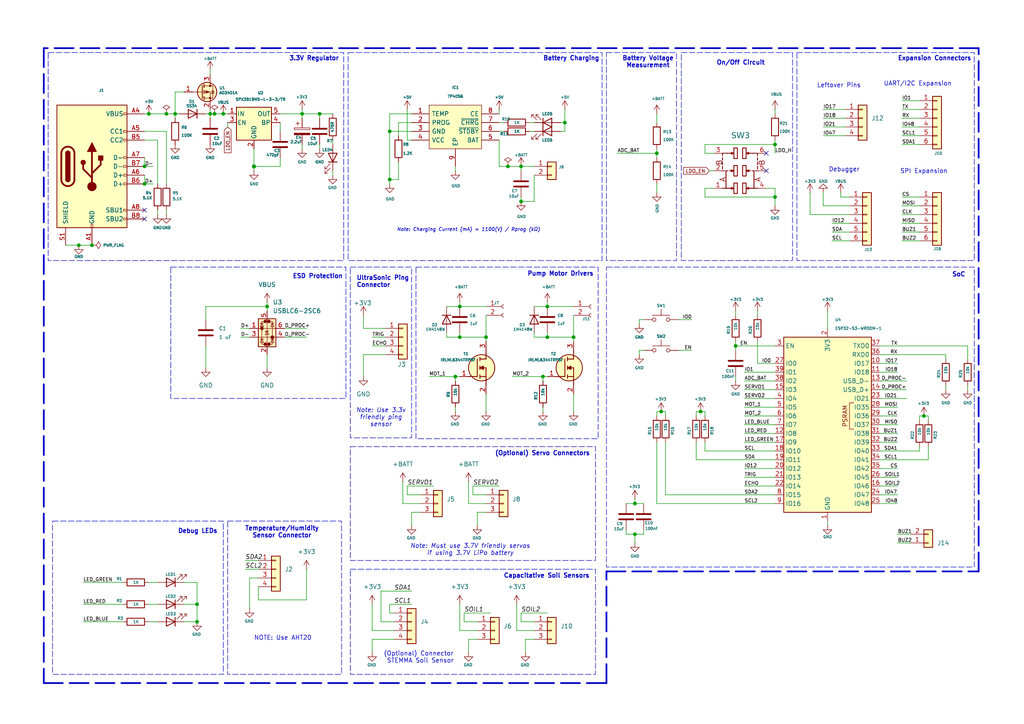
<source format=kicad_sch>
(kicad_sch (version 20250114) (generator "eeschema") (generator_version "9.0")
  (paper "A4")
  (title_block (title "SOIL Board") (company "Larry Du"))
  (rectangle (start 101.6 165.1) (end 172.72 195.58) (stroke (width 0) (type dash)))
  (rectangle (start 231.14 15.24) (end 282.575 75.565) (stroke (width 0) (type dash)))
  (rectangle (start 49.53 77.47) (end 100.33 115.57) (stroke (width 0) (type dash)))
  (rectangle (start 120.65 77.47) (end 173.482 127.254) (stroke (width 0) (type dash)))
  (rectangle (start 175.895 77.47) (end 282.575 164.465) (stroke (width 0) (type dash)))
  (rectangle (start 197.612 15.24) (end 229.87 75.565) (stroke (width 0) (type dash)))
  (rectangle (start 101.6 129.54) (end 172.72 162.56) (stroke (width 0) (type dash)))
  (rectangle (start 15.24 151.13) (end 64.77 195.58) (stroke (width 0) (type dash)))
  (rectangle (start 66.04 151.13) (end 99.06 195.58) (stroke (width 0) (type dash)))
  (rectangle (start 100.965 15.24) (end 174.625 75.565) (stroke (width 0) (type dash)))
  (rectangle (start 13.97 15.24) (end 99.695 75.565) (stroke (width 0) (type dash)))
  (rectangle (start 175.895 15.24) (end 196.215 75.565) (stroke (width 0) (type dash)))
  (rectangle (start 101.6 77.47) (end 119.38 127) (stroke (width 0) (type dash)))
  (text "Capacitative Soil Sensors" (at 146.05 166.37 0) (effects (font (size 1.27 1.27) (thickness 0.254) (bold yes)) (justify left top)))
  (text "Expansion Connectors" (at 260.35 17.78 0) (effects (font (size 1.27 1.27) (thickness 0.254) (bold yes)) (justify left bottom)))
  (text "3.3V Regulator" (at 83.82 17.78 0) (effects (font (size 1.27 1.27) (thickness 0.254) (bold yes)) (justify left bottom)))
  (text "SoC" (at 276.098 78.994 0) (effects (font (size 1.27 1.27) (thickness 0.254) (bold yes)) (justify left top)))
  (text "Temperature/Humidity\nSensor Connector" (at 81.788 152.654 0) (effects (font (size 1.27 1.27) (thickness 0.254) (bold yes)) (justify top)))
  (text "Battery Charging" (at 157.48 17.78 0) (effects (font (size 1.27 1.27) (thickness 0.254) (bold yes)) (justify left bottom)))
  (text "(Optional) Servo Connectors" (at 143.51 132.334 0) (effects (font (size 1.27 1.27) (thickness 0.254) (bold yes)) (justify left bottom)))
  (text "Debugger" (at 244.856 49.276 0) (effects (font (size 1.27 1.27))))
  (text "SPI Expansion" (at 267.97 49.784 0) (effects (font (size 1.27 1.27))))
  (text "Battery Voltage\nMeasurement" (at 187.96 19.812 0) (effects (font (size 1.27 1.27) (thickness 0.254) (bold yes)) (justify bottom)))
  (text "Debug LEDs" (at 51.562 153.416 0) (effects (font (size 1.27 1.27) (thickness 0.254) (bold yes)) (justify left top)))
  (text "(Optional) Connector \nSTEMMA Soil Sensor" (at 121.92 188.976 0) (effects (font (size 1.27 1.27)) (justify top)))
  (text "Note: Must use 3.7V friendly servos\nif using 3.7V LiPo battery" (at 136.398 159.512 0) (effects (font (size 1.27 1.27) (italic yes))))
  (text "UltraSonic Ping\nConnector" (at 103.378 80.01 0) (effects (font (size 1.27 1.27) (thickness 0.254) (bold yes)) (justify left top)))
  (text "Note: Charging Current (mA) = 1100(V) / Rprog (kΩ)" (at 115.062 67.31 0) (effects (font (size 1 1) (italic yes)) (justify left bottom)))
  (text "Note: Use 3.3v\nfriendly ping\nsensor" (at 110.49 121.158 0) (effects (font (size 1.27 1.27) (italic yes))))
  (text "On/Off Circuit" (at 207.772 19.05 0) (effects (font (size 1.27 1.27) (thickness 0.254) (bold yes)) (justify left bottom)))
  (text "Leftover Pins" (at 243.332 24.892 0) (effects (font (size 1.27 1.27))))
  (text "UART/I2C Expansion" (at 266.192 24.384 0) (effects (font (size 1.27 1.27))))
  (text "NOTE: Use AHT20" (at 82.042 184.404 0) (effects (font (size 1.27 1.27)) (justify top)))
  (text "Pump Motor Drivers" (at 152.908 80.264 0) (effects (font (size 1.27 1.27) (thickness 0.254) (bold yes)) (justify left bottom)))
  (text "ESD Protection" (at 84.836 79.502 0) (effects (font (size 1.27 1.27) (thickness 0.254) (bold yes)) (justify left top)))
  (junction (at 133.35 97.79))
  (junction (at 41.91 48.26))
  (junction (at 158.75 97.79))
  (junction (at 62.23 33.02))
  (junction (at 26.67 71.12))
  (junction (at 87.63 33.02))
  (junction (at 43.18 33.02))
  (junction (at 22.86 71.12))
  (junction (at 224.79 57.15))
  (junction (at 132.08 109.22))
  (junction (at 57.15 175.26))
  (junction (at 77.47 88.9))
  (junction (at 213.36 100.33))
  (junction (at 190.5 44.45))
  (junction (at 92.71 33.02))
  (junction (at 113.03 38.1))
  (junction (at 50.8 33.02))
  (junction (at 158.75 88.9))
  (junction (at 163.83 35.56))
  (junction (at 224.79 41.91))
  (junction (at 151.13 58.42))
  (junction (at 60.96 33.02))
  (junction (at 191.77 119.38))
  (junction (at 267.97 120.65))
  (junction (at 41.91 53.34))
  (junction (at 203.2 119.38))
  (junction (at 151.13 48.26))
  (junction (at 166.37 97.79))
  (junction (at 184.15 146.05))
  (junction (at 133.35 88.9))
  (junction (at 48.26 33.02))
  (junction (at 157.48 109.22))
  (junction (at 57.15 180.34))
  (junction (at 73.66 48.26) (diameter 1.016))
  (junction (at 184.15 154.94))
  (junction (at 147.32 48.26))
  (junction (at 64.77 33.02))
  (junction (at 140.97 97.79))
  (junction (at 113.03 52.07))
  (no_connect (at 41.91 60.96))
  (no_connect (at 222.25 49.53))
  (no_connect (at 222.25 44.45))
  (no_connect (at 41.91 63.5))
  (wire (pts (xy 204.47 57.15) (xy 224.79 57.15)))
  (wire (pts (xy 154.94 58.42) (xy 151.13 58.42)))
  (wire (pts (xy 179.07 44.45) (xy 190.5 44.45)))
  (wire (pts (xy 255.27 130.81) (xy 266.7 130.81)))
  (wire (pts (xy 255.27 138.43) (xy 260.35 138.43)))
  (wire (pts (xy 215.9 140.97) (xy 224.79 140.97)))
  (wire (pts (xy 53.34 26.67) (xy 50.8 26.67)))
  (wire (pts (xy 48.26 33.02) (xy 50.8 33.02)))
  (wire (pts (xy 115.57 46.99) (xy 115.57 52.07)))
  (wire (pts (xy 53.34 175.26) (xy 57.15 175.26)))
  (wire (pts (xy 238.76 36.83) (xy 245.11 36.83)))
  (wire (pts (xy 260.35 157.48) (xy 264.16 157.48)))
  (wire (pts (xy 50.8 33.02) (xy 52.07 33.02)))
  (wire (pts (xy 266.7 121.92) (xy 266.7 120.65)))
  (wire (pts (xy 133.35 175.26) (xy 133.35 182.88)))
  (wire (pts (xy 213.36 101.6) (xy 213.36 100.33)))
  (wire (pts (xy 201.93 119.38) (xy 203.2 119.38)))
  (wire (pts (xy 224.79 105.41) (xy 219.71 105.41)))
  (wire (pts (xy 151.13 177.8) (xy 158.75 177.8)))
  (wire (pts (xy 215.9 123.19) (xy 224.79 123.19)))
  (wire (pts (xy 151.13 58.42) (xy 151.13 57.15)))
  (polyline (pts (xy 12.7 13.97) (xy 12.7 198.12)) (stroke (width 0.5) (type dash)))
  (wire (pts (xy 133.35 88.9) (xy 140.97 88.9)))
  (wire (pts (xy 88.9 165.1) (xy 88.9 173.99)))
  (wire (pts (xy 137.16 140.97) (xy 144.78 140.97)))
  (wire (pts (xy 59.69 88.9) (xy 59.69 92.71)))
  (wire (pts (xy 77.47 102.87) (xy 77.47 106.68)))
  (wire (pts (xy 154.94 180.34) (xy 151.13 180.34)))
  (wire (pts (xy 110.49 171.45) (xy 119.38 171.45)))
  (wire (pts (xy 261.62 59.69) (xy 266.7 59.69)))
  (wire (pts (xy 261.62 39.37) (xy 266.7 39.37)))
  (wire (pts (xy 133.35 182.88) (xy 138.43 182.88)))
  (wire (pts (xy 133.35 109.22) (xy 132.08 109.22)))
  (wire (pts (xy 41.91 38.1) (xy 48.26 38.1)))
  (wire (pts (xy 153.67 38.1) (xy 154.94 38.1)))
  (wire (pts (xy 96.52 40.64) (xy 96.52 41.91)))
  (wire (pts (xy 269.24 121.92) (xy 269.24 120.65)))
  (wire (pts (xy 35.56 168.91) (xy 24.13 168.91)))
  (wire (pts (xy 41.91 33.02) (xy 43.18 33.02)))
  (wire (pts (xy 184.15 146.05) (xy 186.69 146.05)))
  (wire (pts (xy 41.91 45.72) (xy 41.91 48.26)))
  (wire (pts (xy 45.72 62.23) (xy 45.72 60.96)))
  (wire (pts (xy 184.15 154.94) (xy 186.69 154.94)))
  (wire (pts (xy 140.97 91.44) (xy 140.97 97.79)))
  (wire (pts (xy 157.48 119.38) (xy 157.48 118.11)))
  (wire (pts (xy 152.4 185.42) (xy 152.4 189.23)))
  (wire (pts (xy 107.95 185.42) (xy 107.95 189.23)))
  (wire (pts (xy 135.89 185.42) (xy 138.43 185.42)))
  (wire (pts (xy 260.35 105.41) (xy 255.27 105.41)))
  (wire (pts (xy 274.32 111.76) (xy 274.32 113.03)))
  (wire (pts (xy 240.03 152.4) (xy 240.03 151.13)))
  (wire (pts (xy 43.18 175.26) (xy 45.72 175.26)))
  (wire (pts (xy 213.36 109.22) (xy 213.36 110.49)))
  (wire (pts (xy 260.35 146.05) (xy 255.27 146.05)))
  (wire (pts (xy 162.56 35.56) (xy 163.83 35.56)))
  (wire (pts (xy 118.11 140.97) (xy 125.73 140.97)))
  (wire (pts (xy 222.25 54.61) (xy 224.79 54.61)))
  (wire (pts (xy 261.62 64.77) (xy 266.7 64.77)))
  (wire (pts (xy 260.35 120.65) (xy 255.27 120.65)))
  (wire (pts (xy 261.62 41.91) (xy 266.7 41.91)))
  (wire (pts (xy 140.97 97.79) (xy 140.97 99.06)))
  (wire (pts (xy 215.9 107.95) (xy 224.79 107.95)))
  (wire (pts (xy 219.71 99.06) (xy 219.71 105.41)))
  (wire (pts (xy 69.85 97.79) (xy 72.39 97.79)))
  (wire (pts (xy 107.95 100.33) (xy 111.76 100.33)))
  (wire (pts (xy 35.56 175.26) (xy 24.13 175.26)))
  (wire (pts (xy 204.47 128.27) (xy 204.47 130.81)))
  (wire (pts (xy 82.55 95.25) (xy 88.9 95.25)))
  (wire (pts (xy 158.75 109.22) (xy 157.48 109.22)))
  (wire (pts (xy 92.71 34.29) (xy 92.71 33.02)))
  (polyline (pts (xy 283.845 165.735) (xy 283.845 13.97)) (stroke (width 0.5) (type dash)))
  (wire (pts (xy 215.9 138.43) (xy 224.79 138.43)))
  (wire (pts (xy 201.93 120.65) (xy 201.93 119.38)))
  (wire (pts (xy 193.04 120.65) (xy 193.04 119.38)))
  (wire (pts (xy 261.62 29.21) (xy 266.7 29.21)))
  (wire (pts (xy 261.62 67.31) (xy 266.7 67.31)))
  (wire (pts (xy 71.12 162.56) (xy 74.93 162.56)))
  (wire (pts (xy 269.24 129.54) (xy 269.24 133.35)))
  (wire (pts (xy 215.9 125.73) (xy 224.79 125.73)))
  (wire (pts (xy 185.42 93.98) (xy 185.42 92.71)))
  (wire (pts (xy 138.43 148.59) (xy 140.97 148.59)))
  (wire (pts (xy 190.5 119.38) (xy 191.77 119.38)))
  (wire (pts (xy 92.71 41.91) (xy 92.71 43.18)))
  (wire (pts (xy 158.75 97.79) (xy 154.94 97.79)))
  (wire (pts (xy 74.93 170.18) (xy 74.93 173.99)))
  (wire (pts (xy 81.28 48.26) (xy 73.66 48.26)))
  (wire (pts (xy 43.18 168.91) (xy 45.72 168.91)))
  (wire (pts (xy 81.28 33.02) (xy 87.63 33.02)))
  (wire (pts (xy 77.47 87.63) (xy 77.47 88.9)))
  (wire (pts (xy 154.94 97.79) (xy 154.94 96.52)))
  (wire (pts (xy 48.26 38.1) (xy 48.26 53.34)))
  (wire (pts (xy 158.75 87.63) (xy 158.75 88.9)))
  (wire (pts (xy 144.78 31.75) (xy 144.78 33.02)))
  (wire (pts (xy 213.36 100.33) (xy 224.79 100.33)))
  (wire (pts (xy 43.18 33.02) (xy 48.26 33.02)))
  (wire (pts (xy 135.89 146.05) (xy 140.97 146.05)))
  (wire (pts (xy 72.39 176.53) (xy 72.39 167.64)))
  (wire (pts (xy 157.48 109.22) (xy 157.48 110.49)))
  (wire (pts (xy 200.66 92.71) (xy 196.85 92.71)))
  (wire (pts (xy 260.35 154.94) (xy 264.16 154.94)))
  (wire (pts (xy 163.83 31.75) (xy 163.83 35.56)))
  (wire (pts (xy 185.42 92.71) (xy 186.69 92.71)))
  (wire (pts (xy 144.78 35.56) (xy 146.05 35.56)))
  (wire (pts (xy 113.03 33.02) (xy 113.03 38.1)))
  (wire (pts (xy 184.15 154.94) (xy 184.15 157.48)))
  (wire (pts (xy 215.9 120.65) (xy 224.79 120.65)))
  (wire (pts (xy 151.13 48.26) (xy 154.94 48.26)))
  (wire (pts (xy 144.78 40.64) (xy 144.78 48.26)))
  (wire (pts (xy 59.69 100.33) (xy 59.69 106.68)))
  (wire (pts (xy 154.94 50.8) (xy 154.94 58.42)))
  (wire (pts (xy 181.61 153.67) (xy 181.61 154.94)))
  (wire (pts (xy 110.49 180.34) (xy 110.49 171.45)))
  (wire (pts (xy 114.3 177.8) (xy 113.03 177.8)))
  (wire (pts (xy 215.9 115.57) (xy 224.79 115.57)))
  (wire (pts (xy 48.26 62.23) (xy 48.26 60.96)))
  (wire (pts (xy 266.7 120.65) (xy 267.97 120.65)))
  (wire (pts (xy 144.78 38.1) (xy 146.05 38.1)))
  (wire (pts (xy 132.08 49.53) (xy 132.08 48.26)))
  (wire (pts (xy 190.5 120.65) (xy 190.5 119.38)))
  (wire (pts (xy 243.84 57.15) (xy 246.38 57.15)))
  (wire (pts (xy 166.37 91.44) (xy 166.37 97.79)))
  (wire (pts (xy 118.11 143.51) (xy 118.11 140.97)))
  (wire (pts (xy 113.03 38.1) (xy 113.03 52.07)))
  (wire (pts (xy 238.76 34.29) (xy 245.11 34.29)))
  (wire (pts (xy 144.78 48.26) (xy 147.32 48.26)))
  (wire (pts (xy 59.69 33.02) (xy 60.96 33.02)))
  (wire (pts (xy 261.62 57.15) (xy 266.7 57.15)))
  (wire (pts (xy 158.75 88.9) (xy 154.94 88.9)))
  (wire (pts (xy 113.03 177.8) (xy 113.03 175.26)))
  (wire (pts (xy 147.32 48.26) (xy 151.13 48.26)))
  (wire (pts (xy 50.8 26.67) (xy 50.8 33.02)))
  (wire (pts (xy 132.08 119.38) (xy 132.08 118.11)))
  (wire (pts (xy 77.47 88.9) (xy 77.47 90.17)))
  (wire (pts (xy 204.47 130.81) (xy 224.79 130.81)))
  (wire (pts (xy 81.28 45.72) (xy 81.28 48.26)))
  (wire (pts (xy 105.41 91.44) (xy 105.41 95.25)))
  (wire (pts (xy 134.62 180.34) (xy 134.62 177.8)))
  (wire (pts (xy 87.63 31.75) (xy 87.63 33.02)))
  (wire (pts (xy 185.42 101.6) (xy 186.69 101.6)))
  (wire (pts (xy 260.35 123.19) (xy 255.27 123.19)))
  (wire (pts (xy 193.04 128.27) (xy 193.04 143.51)))
  (wire (pts (xy 121.92 143.51) (xy 118.11 143.51)))
  (wire (pts (xy 118.11 31.75) (xy 118.11 40.64)))
  (wire (pts (xy 114.3 180.34) (xy 110.49 180.34)))
  (wire (pts (xy 240.03 90.17) (xy 240.03 95.25)))
  (wire (pts (xy 35.56 180.34) (xy 24.13 180.34)))
  (wire (pts (xy 261.62 34.29) (xy 266.7 34.29)))
  (wire (pts (xy 105.41 95.25) (xy 111.76 95.25)))
  (wire (pts (xy 269.24 120.65) (xy 267.97 120.65)))
  (wire (pts (xy 43.18 180.34) (xy 45.72 180.34)))
  (wire (pts (xy 224.79 54.61) (xy 224.79 57.15)))
  (wire (pts (xy 215.9 128.27) (xy 224.79 128.27)))
  (wire (pts (xy 96.52 49.53) (xy 96.52 50.8)))
  (wire (pts (xy 82.55 97.79) (xy 88.9 97.79)))
  (wire (pts (xy 41.91 53.34) (xy 44.45 53.34)))
  (wire (pts (xy 213.36 100.33) (xy 213.36 99.06)))
  (wire (pts (xy 261.62 69.85) (xy 266.7 69.85)))
  (wire (pts (xy 115.57 35.56) (xy 119.38 35.56)))
  (wire (pts (xy 116.84 139.7) (xy 116.84 146.05)))
  (wire (pts (xy 224.79 40.64) (xy 224.79 41.91)))
  (wire (pts (xy 69.85 95.25) (xy 72.39 95.25)))
  (polyline (pts (xy 175.895 198.12) (xy 175.895 165.735)) (stroke (width 0.5) (type dash)))
  (wire (pts (xy 190.5 44.45) (xy 190.5 45.72)))
  (wire (pts (xy 57.15 175.26) (xy 57.15 180.34)))
  (wire (pts (xy 115.57 39.37) (xy 115.57 35.56)))
  (wire (pts (xy 135.89 185.42) (xy 135.89 189.23)))
  (wire (pts (xy 260.35 135.89) (xy 255.27 135.89)))
  (wire (pts (xy 81.28 38.1) (xy 81.28 35.56)))
  (wire (pts (xy 204.47 120.65) (xy 204.47 119.38)))
  (wire (pts (xy 132.08 109.22) (xy 132.08 110.49)))
  (wire (pts (xy 149.86 175.26) (xy 149.86 182.88)))
  (wire (pts (xy 207.01 54.61) (xy 204.47 54.61)))
  (wire (pts (xy 114.3 185.42) (xy 107.95 185.42)))
  (wire (pts (xy 266.7 129.54) (xy 266.7 130.81)))
  (wire (pts (xy 274.32 102.87) (xy 274.32 104.14)))
  (wire (pts (xy 260.35 125.73) (xy 255.27 125.73)))
  (wire (pts (xy 66.04 36.83) (xy 66.04 35.56)))
  (wire (pts (xy 19.05 71.12) (xy 22.86 71.12)))
  (wire (pts (xy 153.67 35.56) (xy 154.94 35.56)))
  (wire (pts (xy 119.38 33.02) (xy 113.03 33.02)))
  (wire (pts (xy 166.37 97.79) (xy 166.37 99.06)))
  (wire (pts (xy 241.3 67.31) (xy 246.38 67.31)))
  (wire (pts (xy 260.35 118.11) (xy 255.27 118.11)))
  (wire (pts (xy 119.38 40.64) (xy 118.11 40.64)))
  (wire (pts (xy 238.76 31.75) (xy 245.11 31.75)))
  (wire (pts (xy 138.43 148.59) (xy 138.43 152.4)))
  (wire (pts (xy 152.4 185.42) (xy 154.94 185.42)))
  (wire (pts (xy 62.23 33.02) (xy 64.77 33.02)))
  (wire (pts (xy 166.37 88.9) (xy 158.75 88.9)))
  (wire (pts (xy 149.86 182.88) (xy 154.94 182.88)))
  (wire (pts (xy 107.95 97.79) (xy 111.76 97.79)))
  (wire (pts (xy 213.36 90.17) (xy 213.36 91.44)))
  (wire (pts (xy 133.35 87.63) (xy 133.35 88.9)))
  (wire (pts (xy 255.27 140.97) (xy 260.35 140.97)))
  (wire (pts (xy 224.79 57.15) (xy 224.79 59.69)))
  (wire (pts (xy 119.38 148.59) (xy 119.38 152.4)))
  (wire (pts (xy 204.47 119.38) (xy 203.2 119.38)))
  (wire (pts (xy 215.9 110.49) (xy 224.79 110.49)))
  (wire (pts (xy 215.9 135.89) (xy 224.79 135.89)))
  (wire (pts (xy 238.76 59.69) (xy 238.76 55.88)))
  (wire (pts (xy 137.16 143.51) (xy 137.16 140.97)))
  (wire (pts (xy 280.67 100.33) (xy 280.67 104.14)))
  (wire (pts (xy 129.54 88.9) (xy 133.35 88.9)))
  (wire (pts (xy 26.67 71.12) (xy 22.86 71.12)))
  (wire (pts (xy 124.46 109.22) (xy 132.08 109.22)))
  (wire (pts (xy 255.27 115.57) (xy 262.89 115.57)))
  (wire (pts (xy 238.76 59.69) (xy 246.38 59.69)))
  (wire (pts (xy 151.13 48.26) (xy 151.13 49.53)))
  (wire (pts (xy 116.84 146.05) (xy 121.92 146.05)))
  (wire (pts (xy 207.01 44.45) (xy 204.47 44.45)))
  (wire (pts (xy 219.71 90.17) (xy 219.71 91.44)))
  (polyline (pts (xy 175.895 165.735) (xy 283.845 165.735)) (stroke (width 0.5) (type dash)))
  (wire (pts (xy 261.62 62.23) (xy 266.7 62.23)))
  (wire (pts (xy 87.63 33.02) (xy 87.63 34.29)))
  (wire (pts (xy 107.95 175.26) (xy 107.95 182.88)))
  (wire (pts (xy 166.37 119.38) (xy 166.37 114.3)))
  (wire (pts (xy 186.69 154.94) (xy 186.69 153.67)))
  (wire (pts (xy 50.8 33.02) (xy 50.8 34.29)))
  (wire (pts (xy 190.5 146.05) (xy 190.5 128.27)))
  (wire (pts (xy 57.15 168.91) (xy 57.15 175.26)))
  (wire (pts (xy 59.69 88.9) (xy 77.47 88.9)))
  (wire (pts (xy 72.39 167.64) (xy 74.93 167.64)))
  (wire (pts (xy 105.41 102.87) (xy 111.76 102.87)))
  (wire (pts (xy 140.97 119.38) (xy 140.97 114.3)))
  (wire (pts (xy 60.96 31.75) (xy 60.96 33.02)))
  (wire (pts (xy 201.93 133.35) (xy 224.79 133.35)))
  (wire (pts (xy 193.04 143.51) (xy 224.79 143.51)))
  (wire (pts (xy 238.76 39.37) (xy 245.11 39.37)))
  (wire (pts (xy 73.66 48.26) (xy 73.66 49.53)))
  (wire (pts (xy 190.5 43.18) (xy 190.5 44.45)))
  (wire (pts (xy 184.15 144.78) (xy 184.15 146.05)))
  (wire (pts (xy 53.34 168.91) (xy 57.15 168.91)))
  (wire (pts (xy 193.04 119.38) (xy 191.77 119.38)))
  (wire (pts (xy 181.61 154.94) (xy 184.15 154.94)))
  (wire (pts (xy 119.38 148.59) (xy 121.92 148.59)))
  (wire (pts (xy 201.93 128.27) (xy 201.93 133.35)))
  (wire (pts (xy 166.37 97.79) (xy 158.75 97.79)))
  (wire (pts (xy 260.35 107.95) (xy 255.27 107.95)))
  (wire (pts (xy 113.03 52.07) (xy 113.03 53.34)))
  (wire (pts (xy 224.79 31.75) (xy 224.79 33.02)))
  (wire (pts (xy 190.5 55.88) (xy 190.5 53.34)))
  (wire (pts (xy 129.54 97.79) (xy 129.54 96.52)))
  (wire (pts (xy 241.3 64.77) (xy 246.38 64.77)))
  (wire (pts (xy 87.63 33.02) (xy 92.71 33.02)))
  (wire (pts (xy 113.03 175.26) (xy 119.38 175.26)))
  (wire (pts (xy 234.95 62.23) (xy 246.38 62.23)))
  (wire (pts (xy 162.56 38.1) (xy 163.83 38.1)))
  (wire (pts (xy 73.66 43.18) (xy 73.66 48.26)))
  (wire (pts (xy 185.42 102.87) (xy 185.42 101.6)))
  (wire (pts (xy 53.34 180.34) (xy 57.15 180.34)))
  (wire (pts (xy 107.95 182.88) (xy 114.3 182.88)))
  (wire (pts (xy 92.71 33.02) (xy 96.52 33.02)))
  (wire (pts (xy 74.93 173.99) (xy 88.9 173.99)))
  (wire (pts (xy 148.59 109.22) (xy 157.48 109.22)))
  (wire (pts (xy 260.35 128.27) (xy 255.27 128.27)))
  (wire (pts (xy 140.97 143.51) (xy 137.16 143.51)))
  (wire (pts (xy 60.96 20.32) (xy 60.96 21.59)))
  (polyline (pts (xy 283.845 13.97) (xy 12.7 13.97)) (stroke (width 0.5) (type dash)))
  (wire (pts (xy 134.62 177.8) (xy 142.24 177.8)))
  (polyline (pts (xy 12.7 198.12) (xy 175.895 198.12)) (stroke (width 0.5) (type dash)))
  (wire (pts (xy 204.47 41.91) (xy 224.79 41.91)))
  (wire (pts (xy 204.47 54.61) (xy 204.47 57.15)))
  (wire (pts (xy 87.63 41.91) (xy 87.63 43.18)))
  (wire (pts (xy 255.27 102.87) (xy 274.32 102.87)))
  (wire (pts (xy 255.27 110.49) (xy 262.89 110.49)))
  (wire (pts (xy 105.41 102.87) (xy 105.41 109.22)))
  (wire (pts (xy 234.95 62.23) (xy 234.95 55.88)))
  (wire (pts (xy 115.57 52.07) (xy 113.03 52.07)))
  (wire (pts (xy 207.01 49.53) (xy 205.74 49.53)))
  (wire (pts (xy 255.27 113.03) (xy 262.89 113.03)))
  (wire (pts (xy 243.84 57.15) (xy 243.84 55.88)))
  (wire (pts (xy 135.89 139.7) (xy 135.89 146.05)))
  (wire (pts (xy 151.13 180.34) (xy 151.13 177.8)))
  (wire (pts (xy 41.91 50.8) (xy 41.91 53.34)))
  (wire (pts (xy 41.91 40.64) (xy 45.72 40.64)))
  (wire (pts (xy 224.79 41.91) (xy 224.79 44.45)))
  (wire (pts (xy 133.35 96.52) (xy 133.35 97.79)))
  (wire (pts (xy 181.61 146.05) (xy 184.15 146.05)))
  (wire (pts (xy 241.3 69.85) (xy 246.38 69.85)))
  (wire (pts (xy 60.96 33.02) (xy 60.96 34.29)))
  (wire (pts (xy 255.27 100.33) (xy 280.67 100.33)))
  (wire (pts (xy 163.83 35.56) (xy 163.83 38.1)))
  (wire (pts (xy 119.38 38.1) (xy 113.03 38.1)))
  (wire (pts (xy 204.47 44.45) (xy 204.47 41.91)))
  (wire (pts (xy 138.43 180.34) (xy 134.62 180.34)))
  (wire (pts (xy 215.9 118.11) (xy 224.79 118.11)))
  (wire (pts (xy 200.66 101.6) (xy 196.85 101.6)))
  (wire (pts (xy 280.67 111.76) (xy 280.67 113.03)))
  (wire (pts (xy 140.97 97.79) (xy 133.35 97.79)))
  (wire (pts (xy 215.9 113.03) (xy 224.79 113.03)))
  (wire (pts (xy 255.27 133.35) (xy 269.24 133.35)))
  (wire (pts (xy 60.96 33.02) (xy 62.23 33.02)))
  (wire (pts (xy 133.35 97.79) (xy 129.54 97.79)))
  (wire (pts (xy 261.62 31.75) (xy 266.7 31.75)))
  (wire (pts (xy 158.75 96.52) (xy 158.75 97.79)))
  (wire (pts (xy 74.93 165.1) (xy 71.12 165.1)))
  (wire (pts (xy 190.5 146.05) (xy 224.79 146.05)))
  (wire (pts (xy 45.72 40.64) (xy 45.72 53.34)))
  (wire (pts (xy 64.77 33.02) (xy 66.04 33.02)))
  (wire (pts (xy 261.62 36.83) (xy 266.7 36.83)))
  (wire (pts (xy 41.91 48.26) (xy 44.45 48.26)))
  (wire (pts (xy 190.5 33.02) (xy 190.5 35.56)))
  (wire (pts (xy 255.27 143.51) (xy 260.35 143.51)))
  (label "MISO" (at 261.62 64.77 0) (effects (font (size 1 1))))
  (label "LDO_H" (at 224.79 44.45 0) (effects (font (size 1 1))))
  (label "SDA1" (at 261.62 41.91 0) (effects (font (size 1 1))))
  (label "SOIL2" (at 256.54 140.97 0) (effects (font (size 1.016 1.016))))
  (label "SOIL2" (at 151.13 177.8 0) (effects (font (italic yes))))
  (label "SOIL1" (at 134.62 177.8 0) (effects (font (italic yes))))
  (label "ADC_BAT" (at 179.07 44.45 0) (effects (font (size 1 1))))
  (label "RX" (at 260.35 102.87 180) (effects (font (size 1 1))))
  (label "LED_RED" (at 24.13 175.26 0) (effects (font (size 1 1))))
  (label "IO18" (at 238.76 34.29 0) (effects (font (size 1.016 1.016))))
  (label "LED_BLUE" (at 215.9 123.19 0) (effects (font (size 1 1))))
  (label "BUZ1" (at 260.35 125.73 180) (effects (font (size 1 1))))
  (label "IO18" (at 260.35 107.95 180) (effects (font (size 1 1))))
  (label "IO17" (at 238.76 31.75 0) (effects (font (size 1.016 1.016))))
  (label "D+" (at 44.45 53.34 180) (effects (font (size 1 1))))
  (label "IO47" (at 256.54 143.51 0) (effects (font (size 1.016 1.016))))
  (label "SCL1" (at 260.35 133.35 180) (effects (font (size 1 1))))
  (label "IO48" (at 261.62 36.83 0) (effects (font (size 1 1))))
  (label "CLK" (at 261.62 62.23 0) (effects (font (size 1 1))))
  (label "D-" (at 44.45 48.26 180) (effects (font (size 1 1))))
  (label "SERVO2" (at 215.9 115.57 0) (effects (font (size 1.016 1.016))))
  (label "SCL" (at 215.9 130.81 0) (effects (font (size 1.016 1.016))))
  (label "MOT_2" (at 148.59 109.22 0) (effects (font (size 1 1))))
  (label "IO0" (at 200.66 92.71 180) (effects (font (size 1 1))))
  (label "SERVO1" (at 118.11 140.97 0) (effects (font (italic yes))))
  (label "IO47" (at 238.76 39.37 0) (effects (font (size 1 1))))
  (label "SERVO2" (at 137.16 140.97 0) (effects (font (italic yes))))
  (label "D-" (at 69.85 97.79 0) (effects (font (size 1.016 1.016))))
  (label "LED_RED" (at 215.9 125.73 0) (effects (font (size 1 1))))
  (label "EN" (at 214.63 100.33 0) (effects (font (size 1 1))))
  (label "ADC_BAT" (at 215.9 110.49 0) (effects (font (size 1 1))))
  (label "ECHO" (at 107.95 100.33 0) (effects (font (size 1.016 1.016))))
  (label "MOT_1" (at 124.46 109.22 0) (effects (font (size 1 1))))
  (label "SDA1" (at 260.35 130.81 180) (effects (font (size 1 1))))
  (label "TRIG" (at 107.95 97.79 0) (effects (font (size 1.016 1.016))))
  (label "TX" (at 261.62 31.75 0) (effects (font (size 1 1))))
  (label "MOT_2" (at 215.9 120.65 0) (effects (font (size 1 1))))
  (label "BUZ2" (at 260.35 128.27 180) (effects (font (size 1 1))))
  (label "SDA" (at 215.9 133.35 0) (effects (font (size 1.016 1.016))))
  (label "IO12" (at 241.3 64.77 0) (effects (font (size 1 1))))
  (label "CS" (at 260.35 135.89 180) (effects (font (size 1 1))))
  (label "SCL2" (at 71.12 165.1 0) (effects (font (italic yes))))
  (label "IO21" (at 256.54 115.57 0) (effects (font (size 1.016 1.016))))
  (label "IO1" (at 215.9 107.95 0) (effects (font (size 1 1))))
  (label "SOIL1" (at 256.54 138.43 0) (effects (font (size 1.016 1.016))))
  (label "RX" (at 261.62 34.29 0) (effects (font (size 1 1))))
  (label "IO17" (at 260.35 105.41 180) (effects (font (size 1 1))))
  (label "IO1" (at 261.62 29.21 0) (effects (font (size 1 1))))
  (label "MOSI" (at 260.35 118.11 180) (effects (font (size 1 1))))
  (label "SERVO1" (at 215.9 113.03 0) (effects (font (size 1.016 1.016))))
  (label "SDA1" (at 114.3 171.45 0) (effects (font (italic yes))))
  (label "BUZ2" (at 260.35 157.48 0) (effects (font (size 1 1))))
  (label "D_PROC-" (at 262.89 110.49 180) (effects (font (size 1 1))))
  (label "MOT_1" (at 215.9 118.11 0) (effects (font (size 1 1))))
  (label "SDA" (at 241.3 67.31 0) (effects (font (size 1 1))))
  (label "CLK" (at 260.35 120.65 180) (effects (font (size 1 1))))
  (label "TX" (at 260.35 100.33 180) (effects (font (size 1 1))))
  (label "D_PROC+" (at 262.89 113.03 180) (effects (font (size 1 1))))
  (label "IO21" (at 238.76 36.83 0) (effects (font (size 1 1))))
  (label "SCL1" (at 114.3 175.26 0) (effects (font (italic yes))))
  (label "IO12" (at 215.9 135.89 0) (effects (font (size 1.016 1.016))))
  (label "LED_GREEN" (at 215.9 128.27 0) (effects (font (size 1 1))))
  (label "SDA2" (at 71.12 162.56 0) (effects (font (italic yes))))
  (label "IO0" (at 220.98 105.41 0) (effects (font (size 1 1))))
  (label "MISO" (at 260.35 123.19 180) (effects (font (size 1 1))))
  (label "D+" (at 69.85 95.25 0) (effects (font (size 1.016 1.016))))
  (label "LED_GREEN" (at 24.13 168.91 0) (effects (font (size 1 1))))
  (label "MOSI" (at 261.62 59.69 0) (effects (font (size 1 1))))
  (label "SDA2" (at 215.9 143.51 0) (effects (font (size 1 1))))
  (label "D_PROC-" (at 82.55 97.79 0) (effects (font (size 1.016 1.016))))
  (label "BUZ2" (at 261.62 69.85 0) (effects (font (size 1 1))))
  (label "D_PROC+" (at 82.55 95.25 0) (effects (font (size 1.016 1.016))))
  (label "BUZ1" (at 261.62 67.31 0) (effects (font (size 1 1))))
  (label "LED_BLUE" (at 24.13 180.34 0) (effects (font (size 1 1))))
  (label "SCL2" (at 215.9 146.05 0) (effects (font (size 1 1))))
  (label "TRIG" (at 215.9 138.43 0) (effects (font (size 1 1))))
  (label "SCL1" (at 261.62 39.37 0) (effects (font (size 1 1))))
  (label "IO48" (at 260.35 146.05 180) (effects (font (size 1 1))))
  (label "SCL" (at 241.3 69.85 0) (effects (font (size 1 1))))
  (label "BUZ1" (at 260.35 154.94 0) (effects (font (size 1 1))))
  (label "EN" (at 200.66 101.6 180) (effects (font (size 1 1))))
  (label "ECHO" (at 215.9 140.97 0) (effects (font (size 1 1))))
  (label "CS" (at 261.62 57.15 0) (effects (font (size 1 1))))
  (global_label "LDO_EN" (shape input) (at 66.04 36.83 270) (effects (font (size 1 1))) (property "Intersheetrefs" "${INTERSHEET_REFS}" (effects (hide yes))))
  (global_label "LDO_EN" (shape input) (at 205.74 49.53 180) (effects (font (size 1 1))) (property "Intersheetrefs" "${INTERSHEET_REFS}" (effects (hide yes))))
  (symbol (lib_id "Connector_Generic:Conn_01x04") (at 250.19 34.29 0) (unit 1)
    (property "Reference" "J12" (at 252.73 34.2899 0) (effects (justify left)))
    (property "Value" "Conn_01x04" (effects (hide yes)))
    (property "Footprint" "Connector_PinHeader_2.54mm:PinHeader_1x04_P2.54mm_Vertical" (effects (hide yes)))
    (property "Description" "Generic connector, single row, 01x04, script generated (kicad-library-utils/schlib/autogen/connector/)" (effects (hide yes)))
  )
  (symbol (lib_id "power:GND") (at 22.86 71.12 0) (unit 1)
    (property "Reference" "#PWR01" (effects (hide yes)))
    (property "Value" "GND" (at 22.86 74.422 0) (effects (font (size 0.8 0.8))))
    (property "Description" "Power symbol creates a global label with name \"GND\" , ground" (effects (hide yes)))
  )
  (symbol (lib_id "power:+BATT") (at 190.5 33.02 0) (unit 1)
    (property "Reference" "#PWR049" (effects (hide yes)))
    (property "Value" "+BATT" (at 190.881 28.6258 0) (effects (font (size 0.8 0.8))))
    (property "Description" "Power symbol creates a global label with name \"+BATT\"" (effects (hide yes)))
  )
  (symbol (lib_id "power:GND") (at 50.8 41.91 0) (unit 1)
    (property "Reference" "#PWR05" (effects (hide yes)))
    (property "Value" "GND" (at 50.8 45.72 0) (effects (font (size 0.8 0.8))))
    (property "Description" "Power symbol creates a global label with name \"GND\" , ground" (effects (hide yes)))
  )
  (symbol (lib_name "SI2302DS-T1_1") (lib_id "SI2302DS-T1:SI2302DS-T1") (at 133.35 109.22 0) (unit 1)
    (property "Reference" "T1" (at 134.366 102.616 0) (effects (font (size 0.8 0.8)) (justify left)))
    (property "Value" "IRLML6344TRPBF" (at 127.762 104.394 0) (effects (font (size 0.8 0.8)) (justify left)))
    (property "Footprint" "DroneV2:SOT95P237X112-3N" (effects (hide yes)))
    (property "Datasheet" "https://www.lcsc.com/datasheet/lcsc_datasheet_2305231118_HXY-MOSFET-IRLML6344TRPBF-HXY_C6285738.pdf" (effects (hide yes)))
    (property "LCSC Part #" "C6285738 " (effects (hide yes)))
    (property "LCSC Link" "https://www.lcsc.com/product-detail/MOSFETs_HXY-MOSFET-IRLML6344TRPBF-HXY_C6285738.html" (effects (hide yes)))
    (property "MFR.Part #" "IRLML6344TRPBF-HXY" (effects (hide yes)))
    (property "Manufacturer" " HXY MOSFET" (effects (hide yes)))
    (property "Package" "SOT-23" (effects (hide yes)))
    (property "JLCA Type" "Extended" (effects (hide yes)))
  )
  (symbol (lib_id "Device:R") (at 96.52 36.83 180) (unit 1)
    (property "Reference" "R7" (at 95.631 40.894 0) (effects (font (size 0.8 0.8))))
    (property "Value" "470R" (at 96.4184 36.83 90) (effects (font (size 0.8 0.8))))
    (property "Footprint" "Resistor_SMD:R_0603_1608Metric" (effects (hide yes)))
    (property "Description" "Resistor" (effects (hide yes)))
    (property "LCSC Part #" "C23179" (effects (hide yes)))
    (property "LCSC Link" "https://www.lcsc.com/product-detail/Chip-Resistor-Surface-Mount_UNI-ROYAL-Uniroyal-Elec-0603WAF4700T5E_C23179.html" (effects (hide yes)))
    (property "MFR.Part #" "0603WAF4700T5E" (effects (hide yes)))
    (property "Manufacturer" "UNI-ROYAL(Uniroyal Elec)" (effects (hide yes)))
    (property "Package" "R0603" (effects (hide yes)))
    (property "JLCA Type" "Basic" (effects (hide yes)))
  )
  (symbol (lib_id "power:+3V3") (at 105.41 91.44 0) (unit 1)
    (property "Reference" "#PWR020" (effects (hide yes)))
    (property "Value" "+3V3" (at 105.156 87.884 0))
    (property "Description" "Power symbol creates a global label with name \"+3V3\"" (effects (hide yes)))
  )
  (symbol (lib_id "Device:R") (at 115.57 43.18 0) (unit 1)
    (property "Reference" "R8" (at 116.84 41.91 0) (effects (font (size 0.8 0.8)) (justify left)))
    (property "Value" "1.2K" (at 116.84 44.45 0) (effects (font (size 0.8 0.8)) (justify left)))
    (property "Footprint" "Resistor_SMD:R_0603_1608Metric" (effects (hide yes)))
    (property "Description" "Resistor" (effects (hide yes)))
    (property "LCSC Part #" "C22765" (effects (hide yes)))
    (property "LCSC Link" "https://www.lcsc.com/product-detail/Chip-Resistor-Surface-Mount_UNI-ROYAL-Uniroyal-Elec-0603WAF1201T5E_C22765.html" (effects (hide yes)))
    (property "MFR.Part #" "0603WAF1201T5E" (effects (hide yes)))
    (property "Manufacturer" "UNI-ROYAL(Uniroyal Elec)" (effects (hide yes)))
    (property "Package" "R0603" (effects (hide yes)))
    (property "JLCA Type" "Basic" (effects (hide yes)))
  )
  (symbol (lib_id "power:+BATT") (at 133.35 87.63 0) (unit 1)
    (property "Reference" "#PWR030" (effects (hide yes)))
    (property "Value" "+BATT" (at 133.731 83.2358 0) (effects (font (size 0.8 0.8))))
    (property "Description" "Power symbol creates a global label with name \"+BATT\"" (effects (hide yes)))
  )
  (symbol (lib_id "power:+3V3") (at 107.95 175.26 0) (unit 1)
    (property "Reference" "#PWR022" (effects (hide yes)))
    (property "Value" "+3V3" (at 107.95 170.18 0))
    (property "Description" "Power symbol creates a global label with name \"+3V3\"" (effects (hide yes)))
  )
  (symbol (lib_id "Device:R") (at 50.8 38.1 0) (unit 1)
    (property "Reference" "R6" (at 52.578 36.9316 0) (effects (font (size 0.8 0.8)) (justify left)))
    (property "Value" "100K" (at 52.578 39.243 0) (effects (font (size 0.8 0.8)) (justify left)))
    (property "Footprint" "Resistor_SMD:R_0603_1608Metric" (effects (hide yes)))
    (property "Description" "Resistor" (effects (hide yes)))
    (property "LCSC Part #" "C25803" (effects (hide yes)))
    (property "LCSC Link" "https://www.lcsc.com/product-detail/Chip-Resistor-Surface-Mount_UNI-ROYAL-Uniroyal-Elec-0603WAF1003T5E_C25803.html" (effects (hide yes)))
    (property "MFR.Part #" "0603WAF1003T5E" (effects (hide yes)))
    (property "Manufacturer" " UNI-ROYAL(Uniroyal Elec)" (effects (hide yes)))
    (property "Package" "R0603" (effects (hide yes)))
    (property "JLCA Type" "Basic" (effects (hide yes)))
  )
  (symbol (lib_id "Device:LED") (at 49.53 180.34 180) (unit 1)
    (property "Reference" "LED3" (at 49.53 178.054 0) (effects (font (size 0.8 0.8))))
    (property "Value" "LED_Blue" (effects (hide yes)))
    (property "Footprint" "LED_SMD:LED_0603_1608Metric" (effects (hide yes)))
    (property "Description" "Light emitting diode" (effects (hide yes)))
    (property "LCSC Part #" "C2288" (effects (hide yes)))
    (property "LCSC Link" "https://www.lcsc.com/product-detail/LED-Indication-Discrete_Hubei-KENTO-Elec-KT-0603B_C2288.html" (effects (hide yes)))
    (property "MFR.Part #" "KT-0603B" (effects (hide yes)))
    (property "Manufacturer" "Hubei KENTO Elec" (effects (hide yes)))
    (property "Package" "LED0603" (effects (hide yes)))
    (property "JLCA Type" "Basic" (effects (hide yes)))
    (property "Sim.Pins" "1=K 2=A" (effects (hide yes)))
  )
  (symbol (lib_id "power:+3V3") (at 184.15 144.78 0) (unit 1)
    (property "Reference" "#PWR045" (effects (hide yes)))
    (property "Value" "+3V3" (at 184.023 141.1478 0) (effects (font (size 0.8 0.8))))
    (property "Description" "Power symbol creates a global label with name \"+3V3\"" (effects (hide yes)))
  )
  (symbol (lib_id "Device:LED") (at 96.52 45.72 270) (mirror x) (unit 1)
    (property "Reference" "LED4" (at 94.996 43.434 90) (effects (font (size 0.8 0.8))))
    (property "Value" "LED_Red" (effects (hide yes)))
    (property "Footprint" "LED_SMD:LED_0603_1608Metric" (effects (hide yes)))
    (property "Description" "Light emitting diode" (effects (hide yes)))
    (property "LCSC Part #" "C2286" (effects (hide yes)))
    (property "LCSC Link" "https://www.lcsc.com/product-detail/LED-Indication-Discrete_Hubei-KENTO-Elec-KT-0603R_C2286.html" (effects (hide yes)))
    (property "MFR.Part #" "KT-0603R" (effects (hide yes)))
    (property "Manufacturer" "Hubei KENTO Elec" (effects (hide yes)))
    (property "Package" "LED0603" (effects (hide yes)))
    (property "JLCA Type" "Basic" (effects (hide yes)))
    (property "Sim.Pins" "1=K 2=A" (effects (hide yes)))
  )
  (symbol (lib_id "power:GND") (at 190.5 55.88 0) (unit 1)
    (property "Reference" "#PWR050" (effects (hide yes)))
    (property "Value" "GND" (at 190.627 59.1312 90) (effects (font (size 0.8 0.8)) (justify right)))
    (property "Description" "Power symbol creates a global label with name \"GND\" , ground" (effects (hide yes)))
  )
  (symbol (lib_name "SI2302DS-T1_1") (lib_id "SI2302DS-T1:SI2302DS-T1") (at 158.75 109.22 0) (unit 1)
    (property "Reference" "T2" (at 159.766 102.616 0) (effects (font (size 0.8 0.8)) (justify left)))
    (property "Value" "IRLML6344TRPBF" (at 153.162 104.394 0) (effects (font (size 0.8 0.8)) (justify left)))
    (property "Footprint" "DroneV2:SOT95P237X112-3N" (effects (hide yes)))
    (property "Datasheet" "https://www.lcsc.com/datasheet/lcsc_datasheet_2305231118_HXY-MOSFET-IRLML6344TRPBF-HXY_C6285738.pdf" (effects (hide yes)))
    (property "LCSC Part #" "C6285738 " (effects (hide yes)))
    (property "LCSC Link" "https://www.lcsc.com/product-detail/MOSFETs_HXY-MOSFET-IRLML6344TRPBF-HXY_C6285738.html" (effects (hide yes)))
    (property "MFR.Part #" "IRLML6344TRPBF-HXY" (effects (hide yes)))
    (property "Manufacturer" " HXY MOSFET" (effects (hide yes)))
    (property "Package" "SOT-23" (effects (hide yes)))
    (property "JLCA Type" "Extended" (effects (hide yes)))
  )
  (symbol (lib_id "power:+5V") (at 163.83 31.75 0) (unit 1)
    (property "Reference" "#PWR043" (effects (hide yes)))
    (property "Value" "+5V" (at 163.83 28.194 0) (effects (font (size 0.8 0.8))))
    (property "Description" "Power symbol creates a global label with name \"+5V\"" (effects (hide yes)))
  )
  (symbol (lib_id "power:GND") (at 240.03 152.4 0) (unit 1)
    (property "Reference" "#PWR061" (effects (hide yes)))
    (property "Value" "GND" (at 240.03 155.702 0) (effects (font (size 0.8 0.8))))
    (property "Description" "Power symbol creates a global label with name \"GND\" , ground" (effects (hide yes)))
  )
  (symbol (lib_id "power:+3V3") (at 87.63 31.75 0) (unit 1)
    (property "Reference" "#PWR015" (effects (hide yes)))
    (property "Value" "+3V3" (at 87.503 28.1178 0) (effects (font (size 0.8 0.8))))
    (property "Description" "Power symbol creates a global label with name \"+3V3\"" (effects (hide yes)))
  )
  (symbol (lib_id "power:GND") (at 105.41 109.22 0) (unit 1)
    (property "Reference" "#PWR021" (effects (hide yes)))
    (property "Value" "GND" (at 105.41 114.3 0))
    (property "Description" "Power symbol creates a global label with name \"GND\" , ground" (effects (hide yes)))
  )
  (symbol (lib_id "power:GND") (at 238.76 55.88 180) (unit 1)
    (property "Reference" "#PWR059" (effects (hide yes)))
    (property "Value" "GND" (at 237.49 52.578 0) (effects (font (size 0.8 0.8)) (justify right)))
    (property "Description" "Power symbol creates a global label with name \"GND\" , ground" (effects (hide yes)))
  )
  (symbol (lib_id "ESP32_TouchDown:DMG3415U-7") (at 58.42 26.67 0) (unit 1)
    (property "Reference" "U1" (at 63.6016 25.5016 0) (effects (font (size 0.8 0.8)) (justify left)))
    (property "Value" "AO3401A" (at 63.5 26.924 0) (effects (font (size 0.8 0.8)) (justify left)))
    (property "Footprint" "Package_TO_SOT_SMD:SOT-23" (effects (hide yes)))
    (property "Datasheet" "https://www.lcsc.com/datasheet/lcsc_datasheet_1810171817_Alpha---Omega-Semicon-AO3401A_C15127.pdf" (effects (hide yes)))
    (property "LCSC Part #" "C15127" (effects (hide yes)))
    (property "LCSC Link" "https://www.lcsc.com/product-detail/MOSFETs_Alpha-Omega-Semicon-AO3401A_C15127.html" (effects (hide yes)))
    (property "MFR.Part #" "AO3401A" (effects (hide yes)))
    (property "Manufacturer" "Alpha & Omega Semicon" (effects (hide yes)))
    (property "Package" "SOT-23" (effects (hide yes)))
    (property "JLCA Type" "Basic" (effects (hide yes)))
  )
  (symbol (lib_id "power:PWR_FLAG") (at 62.23 33.02 0) (unit 1)
    (property "Reference" "#FLG03" (effects (hide yes)))
    (property "Value" "PWR_FLAG" (effects (hide yes)))
    (property "Description" "Special symbol for telling ERC where power comes from" (effects (hide yes)))
  )
  (symbol (lib_id "Diode:1N4148W") (at 154.94 92.71 270) (unit 1)
    (property "Reference" "D3" (at 150.622 94.234 90) (effects (font (size 0.8 0.8)) (justify left)))
    (property "Value" "1N4148W" (at 148.844 95.504 90) (effects (font (size 0.8 0.8)) (justify left)))
    (property "Footprint" "Diode_SMD:D_SOD-123" (effects (hide yes)))
    (property "Datasheet" "https://www.vishay.com/docs/85748/1n4148w.pdf" (effects (hide yes)))
    (property "Description" "75V 0.15A Fast Switching Diode, SOD-123" (effects (hide yes)))
    (property "LCSC Part #" "C81598" (effects (hide yes)))
    (property "LCSC Link" "https://www.lcsc.com/product-detail/Switching-Diodes_ST-Semtech-1N4148W_C81598.html" (effects (hide yes)))
    (property "MFR.Part #" "1N4148W" (effects (hide yes)))
    (property "Manufacturer" "ST(Semtech)" (effects (hide yes)))
    (property "Package" "SOD-123" (effects (hide yes)))
    (property "JLCA Type" "Basic" (effects (hide yes)))
    (property "Sim.Device" "D" (effects (hide yes)))
    (property "Sim.Pins" "1=K 2=A" (effects (hide yes)))
  )
  (symbol (lib_id "Connector_Generic:Conn_01x04") (at 119.38 180.34 0) (unit 1)
    (property "Reference" "J4" (at 121.92 180.3399 0) (effects (justify left)))
    (property "Value" "Conn_01x04" (effects (hide yes)))
    (property "Footprint" "Connector_PinHeader_2.54mm:PinHeader_1x04_P2.54mm_Vertical" (effects (hide yes)))
    (property "Description" "Generic connector, single row, 01x04, script generated (kicad-library-utils/schlib/autogen/connector/)" (effects (hide yes)))
  )
  (symbol (lib_id "Device:R") (at 190.5 39.37 0) (unit 1)
    (property "Reference" "R13" (at 192.278 38.2016 0) (effects (font (size 0.8 0.8)) (justify left)))
    (property "Value" "100K" (at 192.278 40.513 0) (effects (font (size 0.8 0.8)) (justify left)))
    (property "Footprint" "Resistor_SMD:R_0603_1608Metric" (effects (hide yes)))
    (property "Description" "Resistor" (effects (hide yes)))
    (property "LCSC Part #" "C25803" (effects (hide yes)))
    (property "LCSC Link" "https://www.lcsc.com/product-detail/Chip-Resistor-Surface-Mount_UNI-ROYAL-Uniroyal-Elec-0603WAF1003T5E_C25803.html" (effects (hide yes)))
    (property "MFR.Part #" "0603WAF1003T5E" (effects (hide yes)))
    (property "Manufacturer" "UNI-ROYAL(Uniroyal Elec)" (effects (hide yes)))
    (property "Package" "R0603" (effects (hide yes)))
    (property "JLCA Type" "Baic" (effects (hide yes)))
  )
  (symbol (lib_id "Device:LED") (at 49.53 168.91 180) (unit 1)
    (property "Reference" "LED1" (at 49.53 166.624 0) (effects (font (size 0.8 0.8))))
    (property "Value" "LED_Green" (effects (hide yes)))
    (property "Footprint" "LED_SMD:LED_0603_1608Metric" (effects (hide yes)))
    (property "Description" "Light emitting diode" (effects (hide yes)))
    (property "LCSC Part #" "C12065" (effects (hide yes)))
    (property "LCSC Link" "https://www.lcsc.com/product-detail/LED-Indication-Discrete_Lite-On-LTST-C193TGKT-5A_C12065.html" (effects (hide yes)))
    (property "MFR.Part #" "LTST-C193TGKT-5A" (effects (hide yes)))
    (property "Manufacturer" "Lite-On" (effects (hide yes)))
    (property "Package" "LED0603" (effects (hide yes)))
    (property "JLCA Type" "Extended" (effects (hide yes)))
    (property "Sim.Pins" "1=K 2=A" (effects (hide yes)))
  )
  (symbol (lib_id "power:GND") (at 185.42 93.98 0) (unit 1)
    (property "Reference" "#PWR047" (effects (hide yes)))
    (property "Value" "GND" (at 185.42 97.79 0) (effects (font (size 0.8 0.8))))
    (property "Description" "Power symbol creates a global label with name \"GND\" , ground" (effects (hide yes)))
  )
  (symbol (lib_id "SlideSwitchSMDTop:MST22D18G2_125") (at 214.63 49.53 90) (unit 1)
    (property "Reference" "SW3" (at 214.7821 39.37 90) (effects (font (size 1.6891 1.6891))))
    (property "Value" "MST22D18G2_125" (effects (hide yes)))
    (property "Footprint" "DroneV2:SW-SMD_MST22D18G2" (effects (hide yes)))
    (property "Datasheet" "https://wmsc.lcsc.com/wmsc/upload/file/pdf/v2/lcsc/2110190930_SHOU-HAN-MST22D18G2-125_C2906280.pdf" (effects (hide yes)))
    (property "LCSC Part #" "C2906280" (effects (hide yes)))
    (property "LCSC Link" "https://www.lcsc.com/product-detail/Slide-Switches_SHOU-HAN-MST22D18G2-125_C2906280.html" (effects (hide yes)))
    (property "MFR.Part #" "MST22D18G2 125" (effects (hide yes)))
    (property "Manufacturer" "SHOU HAN" (effects (hide yes)))
    (property "Package" "SMD-SW" (effects (hide yes)))
    (property "JLCA Type" "Extended" (effects (hide yes)))
  )
  (symbol (lib_id "Connector_Generic:Conn_01x02") (at 269.24 157.48 0) (mirror x) (unit 1)
    (property "Reference" "J14" (at 271.78 157.4801 0) (effects (justify left)))
    (property "Value" "Conn_01x02" (effects (hide yes)))
    (property "Footprint" "DroneV2:CONN-TH_1.25T-2A_1.25T-2A" (effects (hide yes)))
    (property "Description" "Generic connector, single row, 01x02, script generated (kicad-library-utils/schlib/autogen/connector/)" (effects (hide yes)))
    (property "LCSC Part #" " C722594" (effects (hide yes)))
    (property "LCSC Link" "https://www.lcsc.com/product-detail/Wire-To-Board-Connector_CAX-1-25-2A_C722594.html" (effects (hide yes)))
    (property "MFR.Part #" " 1.25-2A" (effects (hide yes)))
    (property "Manufacturer" "CAX" (effects (hide yes)))
    (property "Package" " Plugin,P=1.25mm" (effects (hide yes)))
    (property "JLCA Type" "Extended" (effects (hide yes)))
  )
  (symbol (lib_id "power:+3V3") (at 191.77 119.38 0) (unit 1)
    (property "Reference" "#PWR051" (effects (hide yes)))
    (property "Value" "+3V3" (at 191.643 115.7478 0) (effects (font (size 0.8 0.8))))
    (property "Description" "Power symbol creates a global label with name \"+3V3\"" (effects (hide yes)))
  )
  (symbol (lib_id "Device:R") (at 190.5 124.46 180) (unit 1)
    (property "Reference" "R15" (at 188.468 123.698 90) (effects (font (size 0.8 0.8)) (justify left)))
    (property "Value" "10k" (at 190.5 122.682 90) (effects (font (size 0.8 0.8)) (justify left)))
    (property "Footprint" "Resistor_SMD:R_0603_1608Metric" (effects (hide yes)))
    (property "Description" "Resistor" (effects (hide yes)))
    (property "LCSC Part #" " C25804" (effects (hide yes)))
    (property "LCSC Link" "https://www.lcsc.com/product-detail/Chip-Resistor-Surface-Mount_UNI-ROYAL-Uniroyal-Elec-0603WAF1002T5E_C25804.html" (effects (hide yes)))
    (property "MFR.Part #" "0603WAF1002T5E" (effects (hide yes)))
    (property "Manufacturer" "UNI-ROYAL(Uniroyal Elec)" (effects (hide yes)))
    (property "Package" "R0603" (effects (hide yes)))
    (property "JLCA Type" "Basic" (effects (hide yes)))
  )
  (symbol (lib_id "power:+3V3") (at 149.86 175.26 0) (unit 1)
    (property "Reference" "#PWR037" (effects (hide yes)))
    (property "Value" "+3V3" (at 149.86 170.18 0))
    (property "Description" "Power symbol creates a global label with name \"+3V3\"" (effects (hide yes)))
  )
  (symbol (lib_id "power:GND") (at 96.52 50.8 0) (unit 1)
    (property "Reference" "#PWR019" (effects (hide yes)))
    (property "Value" "GND" (at 96.393 54.4322 0) (effects (font (size 0.8 0.8))))
    (property "Description" "Power symbol creates a global label with name \"GND\" , ground" (effects (hide yes)))
  )
  (symbol (lib_id "power:GND") (at 184.15 157.48 0) (unit 1)
    (property "Reference" "#PWR046" (effects (hide yes)))
    (property "Value" "GND" (at 184.15 161.29 0) (effects (font (size 0.8 0.8))))
    (property "Description" "Power symbol creates a global label with name \"GND\" , ground" (effects (hide yes)))
  )
  (symbol (lib_id "Device:R") (at 224.79 36.83 0) (unit 1)
    (property "Reference" "R21" (at 226.06 35.7886 0) (effects (font (size 0.8 0.8)) (justify left)))
    (property "Value" "100K" (at 226.06 38.1 0) (effects (font (size 0.8 0.8)) (justify left)))
    (property "Footprint" "Resistor_SMD:R_0603_1608Metric" (effects (hide yes)))
    (property "Description" "Resistor" (effects (hide yes)))
    (property "LCSC Part #" "C25803" (effects (hide yes)))
    (property "LCSC Link" "https://www.lcsc.com/product-detail/Chip-Resistor-Surface-Mount_UNI-ROYAL-Uniroyal-Elec-0603WAF1003T5E_C25803.html" (effects (hide yes)))
    (property "MFR.Part #" "0603WAF1003T5E" (effects (hide yes)))
    (property "Manufacturer" "UNI-ROYAL(Uniroyal Elec)" (effects (hide yes)))
    (property "Package" "R0603" (effects (hide yes)))
    (property "JLCA Type" "Basic" (effects (hide yes)))
  )
  (symbol (lib_id "power:GND") (at 151.13 58.42 0) (unit 1)
    (property "Reference" "#PWR039" (effects (hide yes)))
    (property "Value" "GND" (at 151.257 62.8142 0) (effects (font (size 0.8 0.8))))
    (property "Description" "Power symbol creates a global label with name \"GND\" , ground" (effects (hide yes)))
  )
  (symbol (lib_id "Diode:US1A") (at 55.88 33.02 180) (unit 1)
    (property "Reference" "D1" (at 55.626 29.464 0) (effects (font (size 0.8 0.8))))
    (property "Value" "SS34" (at 55.626 30.734 0) (effects (font (size 0.8 0.8))))
    (property "Footprint" "Diode_SMD:D_SMA" (effects (hide yes)))
    (property "Datasheet" "https://www.diodes.com/assets/Datasheets/ds16008.pdf" (effects (hide yes)))
    (property "Description" "50V, 1A, General Purpose Rectifier Diode, SMA(DO-214AC)" (effects (hide yes)))
    (property "LCSC Part #" "C8678" (effects (hide yes)))
    (property "LCSC Link" "https://www.lcsc.com/product-detail/Schottky-Diodes_MDD-Microdiode-Semiconductor-SS34_C8678.html" (effects (hide yes)))
    (property "MFR.Part #" "SS34" (effects (hide yes)))
    (property "Manufacturer" "MDD(Microdiode Semiconductor)" (effects (hide yes)))
    (property "Package" "SMA(DO-214AC)" (effects (hide yes)))
    (property "JLCA Type" "Basic" (effects (hide yes)))
    (property "Sim.Device" "D" (effects (hide yes)))
    (property "Sim.Pins" "1=K 2=A" (effects (hide yes)))
  )
  (symbol (lib_id "Device:C") (at 133.35 92.71 0) (unit 1)
    (property "Reference" "C6" (at 136.271 91.5416 0) (effects (font (size 0.8 0.8)) (justify left)))
    (property "Value" "1uF" (at 136.271 93.853 0) (effects (font (size 0.8 0.8)) (justify left)))
    (property "Footprint" "Capacitor_SMD:C_0603_1608Metric" (effects (hide yes)))
    (property "Description" "Unpolarized capacitor" (effects (hide yes)))
    (property "LCSC Part #" "C15849" (effects (hide yes)))
    (property "LCSC Link" "https://www.lcsc.com/product-detail/Multilayer-Ceramic-Capacitors-MLCC-SMD-SMT_Samsung-Electro-Mechanics-CL10A105KB8NNNC_C15849.html" (effects (hide yes)))
    (property "MFR.Part #" "CL10A105KB8NNNC" (effects (hide yes)))
    (property "Manufacturer" "Samsung Electro-Mechanics" (effects (hide yes)))
    (property "Package" "C0603" (effects (hide yes)))
    (property "JLCA Type" "Basic" (effects (hide yes)))
  )
  (symbol (lib_id "Connector:Conn_01x02_Female") (at 146.05 88.9 0) (unit 1) (in_bom no)
    (property "Reference" "J7" (at 144.018 87.884 0) (effects (font (size 0.8 0.8))))
    (property "Value" "Conn_01x02_Female" (effects (hide yes)))
    (property "Footprint" "DroneV2:JST_PH_B2B-PH-K_1x02_P2.00mm_Vertical" (effects (hide yes)))
  )
  (symbol (lib_id "Connector_Generic:Conn_01x04") (at 80.01 165.1 0) (unit 1)
    (property "Reference" "J2" (at 82.55 165.0999 0) (effects (justify left)))
    (property "Value" "Conn_01x04" (effects (hide yes)))
    (property "Footprint" "Connector_PinHeader_2.54mm:PinHeader_1x04_P2.54mm_Vertical" (effects (hide yes)))
    (property "Description" "Generic connector, single row, 01x04, script generated (kicad-library-utils/schlib/autogen/connector/)" (effects (hide yes)))
  )
  (symbol (lib_id "power:GND") (at 132.08 119.38 0) (unit 1)
    (property "Reference" "#PWR029" (effects (hide yes)))
    (property "Value" "GND" (at 131.953 123.0122 0) (effects (font (size 0.8 0.8))))
    (property "Description" "Power symbol creates a global label with name \"GND\" , ground" (effects (hide yes)))
  )
  (symbol (lib_id "Device:LED") (at 49.53 175.26 180) (unit 1)
    (property "Reference" "LED2" (at 49.53 172.974 0) (effects (font (size 0.8 0.8))))
    (property "Value" "LED_Red" (effects (hide yes)))
    (property "Footprint" "LED_SMD:LED_0603_1608Metric" (effects (hide yes)))
    (property "Description" "Light emitting diode" (effects (hide yes)))
    (property "LCSC Part #" "C2286" (effects (hide yes)))
    (property "LCSC Link" "https://www.lcsc.com/product-detail/LED-Indication-Discrete_Hubei-KENTO-Elec-KT-0603R_C2286.html" (effects (hide yes)))
    (property "MFR.Part #" "KT-0603R" (effects (hide yes)))
    (property "Manufacturer" "Hubei KENTO Elec" (effects (hide yes)))
    (property "Package" "LED0603" (effects (hide yes)))
    (property "JLCA Type" "Extended" (effects (hide yes)))
    (property "Sim.Pins" "1=K 2=A" (effects (hide yes)))
  )
  (symbol (lib_id "RF_Module:ESP32-S3-WROOM-1") (at 240.03 123.19 0) (unit 1)
    (property "Reference" "U4" (at 242.2241 92.71 0) (effects (font (size 0.8 0.8)) (justify left)))
    (property "Value" "ESP32-S3-WROOM-1" (at 242.2241 95.25 0) (effects (font (size 0.8 0.8)) (justify left)))
    (property "Footprint" "RF_Module:ESP32-S3-WROOM-1" (effects (hide yes)))
    (property "Datasheet" "https://www.espressif.com/sites/default/files/documentation/esp32-s3-wroom-1_wroom-1u_datasheet_en.pdf" (effects (hide yes)))
    (property "Description" "RF Module, ESP32-S3 SoC, Wi-Fi 802.11b/g/n, Bluetooth, BLE, 32-bit, 3.3V, onboard antenna, SMD" (effects (hide yes)))
    (property "LCSC Part #" "C2913198" (effects (hide yes)))
    (property "LCSC Link" "https://www.lcsc.com/product-detail/WiFi-Modules_Espressif-Systems-ESP32-S3-WROOM-1-N8_C2913198.html" (effects (hide yes)))
    (property "MFR.Part #" "ESP32-S3-WROOM-1-N8" (effects (hide yes)))
    (property "Manufacturer" "Espressif Systems" (effects (hide yes)))
    (property "Package" "SMD,18x25.5mm" (effects (hide yes)))
    (property "JLCA Type" "Extended" (effects (hide yes)))
  )
  (symbol (lib_id "power:GND") (at 113.03 53.34 0) (unit 1)
    (property "Reference" "#PWR024" (effects (hide yes)))
    (property "Value" "GND" (at 113.157 57.7342 0) (effects (font (size 0.8 0.8))))
    (property "Description" "Power symbol creates a global label with name \"GND\" , ground" (effects (hide yes)))
  )
  (symbol (lib_id "Device:C") (at 181.61 149.86 0) (mirror y) (unit 1)
    (property "Reference" "C9" (at 180.594 151.892 0) (effects (font (size 0.8 0.8)) (justify left)))
    (property "Value" "10uF" (at 181.102 153.416 0) (effects (font (size 0.8 0.8)) (justify left)))
    (property "Footprint" "Capacitor_SMD:C_0603_1608Metric" (effects (hide yes)))
    (property "Description" "Unpolarized capacitor" (effects (hide yes)))
    (property "LCSC Part #" "C19702" (effects (hide yes)))
    (property "LCSC Link" "https://www.lcsc.com/product-detail/Multilayer-Ceramic-Capacitors-MLCC-SMD-SMT_Samsung-Electro-Mechanics-CL10A106KP8NNNC_C19702.html" (effects (hide yes)))
    (property "MFR.Part #" "CL10A106KP8NNNC" (effects (hide yes)))
    (property "Manufacturer" "Samsung Electro-Mechanics" (effects (hide yes)))
    (property "Package" "C0603" (effects (hide yes)))
    (property "JLCA Type" "Basic" (effects (hide yes)))
  )
  (symbol (lib_id "power:GND") (at 185.42 102.87 0) (unit 1)
    (property "Reference" "#PWR048" (effects (hide yes)))
    (property "Value" "GND" (at 185.42 106.68 0) (effects (font (size 0.8 0.8))))
    (property "Description" "Power symbol creates a global label with name \"GND\" , ground" (effects (hide yes)))
  )
  (symbol (lib_id "Diode:1N4148W") (at 129.54 92.71 270) (unit 1)
    (property "Reference" "D2" (at 125.222 94.234 90) (effects (font (size 0.8 0.8)) (justify left)))
    (property "Value" "1N4148W" (at 123.444 95.504 90) (effects (font (size 0.8 0.8)) (justify left)))
    (property "Footprint" "Diode_SMD:D_SOD-123" (effects (hide yes)))
    (property "Datasheet" "https://www.vishay.com/docs/85748/1n4148w.pdf" (effects (hide yes)))
    (property "Description" "75V 0.15A Fast Switching Diode, SOD-123" (effects (hide yes)))
    (property "LCSC Part #" "C81598" (effects (hide yes)))
    (property "LCSC Link" "https://www.lcsc.com/product-detail/Switching-Diodes_ST-Semtech-1N4148W_C81598.html" (effects (hide yes)))
    (property "MFR.Part #" "1N4148W" (effects (hide yes)))
    (property "Manufacturer" "ST(Semtech)" (effects (hide yes)))
    (property "Package" "SOD-123" (effects (hide yes)))
    (property "JLCA Type" "Basic" (effects (hide yes)))
    (property "Sim.Device" "D" (effects (hide yes)))
    (property "Sim.Pins" "1=K 2=A" (effects (hide yes)))
  )
  (symbol (lib_id "power:+3V3") (at 234.95 55.88 0) (unit 1)
    (property "Reference" "#PWR058" (effects (hide yes)))
    (property "Value" "+3V3" (at 234.95 52.578 0) (effects (font (size 0.8 0.8))))
    (property "Description" "Power symbol creates a global label with name \"+3V3\"" (effects (hide yes)))
  )
  (symbol (lib_id "Device:C") (at 59.69 96.52 0) (unit 1)
    (property "Reference" "C1" (at 63.5 95.2499 0) (effects (font (size 1.016 1.016)) (justify left)))
    (property "Value" "1 uF" (at 63.5 97.7899 0) (effects (font (size 1.016 1.016)) (justify left)))
    (property "Footprint" "Capacitor_SMD:C_0603_1608Metric" (effects (hide yes)))
    (property "Description" "Unpolarized capacitor" (effects (hide yes)))
  )
  (symbol (lib_id "power:+3V3") (at 219.71 90.17 0) (unit 1)
    (property "Reference" "#PWR055" (effects (hide yes)))
    (property "Value" "+3V3" (at 219.71 86.868 0) (effects (font (size 0.8 0.8))))
    (property "Description" "Power symbol creates a global label with name \"+3V3\"" (effects (hide yes)))
  )
  (symbol (lib_id "Connector_Generic:Conn_01x03") (at 160.02 182.88 0) (unit 1)
    (property "Reference" "J10" (at 162.56 181.6099 0) (effects (justify left)))
    (property "Value" "Conn_01x03" (effects (hide yes)))
    (property "Footprint" "Connector_PinHeader_2.54mm:PinHeader_1x03_P2.54mm_Vertical" (effects (hide yes)))
    (property "Description" "Generic connector, single row, 01x03, script generated (kicad-library-utils/schlib/autogen/connector/)" (effects (hide yes)))
  )
  (symbol (lib_id "power:GND") (at 45.72 62.23 0) (unit 1)
    (property "Reference" "#PWR03" (effects (hide yes)))
    (property "Value" "GND" (at 45.72 66.04 0) (effects (font (size 0.8 0.8))))
    (property "Description" "Power symbol creates a global label with name \"GND\" , ground" (effects (hide yes)))
  )
  (symbol (lib_id "power:GND") (at 213.36 110.49 0) (unit 1)
    (property "Reference" "#PWR054" (effects (hide yes)))
    (property "Value" "GND" (at 213.36 114.3 0) (effects (font (size 0.8 0.8))))
    (property "Description" "Power symbol creates a global label with name \"GND\" , ground" (effects (hide yes)))
  )
  (symbol (lib_id "power:+5V") (at 43.18 33.02 0) (unit 1)
    (property "Reference" "#PWR02" (effects (hide yes)))
    (property "Value" "+5V" (at 43.18 29.464 0) (effects (font (size 0.8 0.8))))
    (property "Description" "Power symbol creates a global label with name \"+5V\"" (effects (hide yes)))
  )
  (symbol (lib_id "Connector_Generic:Conn_01x06") (at 271.78 34.29 0) (unit 1) (in_bom no)
    (property "Reference" "J15" (at 271.018 44.45 0) (effects (font (size 0.8 0.8)) (justify left)))
    (property "Value" "Conn_01x06" (effects (hide yes)))
    (property "Footprint" "Connector_PinHeader_2.54mm:PinHeader_1x06_P2.54mm_Vertical" (effects (hide yes)))
    (property "Description" "Generic connector, single row, 01x06, script generated (kicad-library-utils/schlib/autogen/connector/)" (effects (hide yes)))
  )
  (symbol (lib_id "power:+3V3") (at 267.97 120.65 0) (unit 1)
    (property "Reference" "#PWR063" (effects (hide yes)))
    (property "Value" "+3V3" (at 267.843 117.0178 0) (effects (font (size 0.8 0.8))))
    (property "Description" "Power symbol creates a global label with name \"+3V3\"" (effects (hide yes)))
  )
  (symbol (lib_id "power:GND") (at 152.4 189.23 0) (unit 1)
    (property "Reference" "#PWR040" (effects (hide yes)))
    (property "Value" "GND" (at 152.273 192.8622 0) (effects (font (size 0.8 0.8))))
    (property "Description" "Power symbol creates a global label with name \"GND\" , ground" (effects (hide yes)))
  )
  (symbol (lib_id "power:GND") (at 140.97 119.38 0) (unit 1)
    (property "Reference" "#PWR035" (effects (hide yes)))
    (property "Value" "GND" (at 140.843 123.0122 0) (effects (font (size 0.8 0.8))))
    (property "Description" "Power symbol creates a global label with name \"GND\" , ground" (effects (hide yes)))
  )
  (symbol (lib_id "Device:C") (at 158.75 92.71 0) (unit 1)
    (property "Reference" "C8" (at 161.671 91.5416 0) (effects (font (size 0.8 0.8)) (justify left)))
    (property "Value" "1uF" (at 161.671 93.853 0) (effects (font (size 0.8 0.8)) (justify left)))
    (property "Footprint" "Capacitor_SMD:C_0603_1608Metric" (effects (hide yes)))
    (property "Description" "Unpolarized capacitor" (effects (hide yes)))
    (property "LCSC Part #" "C15849" (effects (hide yes)))
    (property "LCSC Link" "https://www.lcsc.com/product-detail/Multilayer-Ceramic-Capacitors-MLCC-SMD-SMT_Samsung-Electro-Mechanics-CL10A105KB8NNNC_C15849.html" (effects (hide yes)))
    (property "MFR.Part #" "CL10A105KB8NNNC" (effects (hide yes)))
    (property "Manufacturer" "Samsung Electro-Mechanics" (effects (hide yes)))
    (property "Package" "C0603" (effects (hide yes)))
    (property "JLCA Type" "Basic" (effects (hide yes)))
  )
  (symbol (lib_id "Device:R") (at 193.04 124.46 0) (mirror x) (unit 1)
    (property "Reference" "R16" (at 195.072 123.698 90) (effects (font (size 0.8 0.8)) (justify left)))
    (property "Value" "10k" (at 193.04 122.682 90) (effects (font (size 0.8 0.8)) (justify left)))
    (property "Footprint" "Resistor_SMD:R_0603_1608Metric" (effects (hide yes)))
    (property "Description" "Resistor" (effects (hide yes)))
    (property "LCSC Part #" " C25804" (effects (hide yes)))
    (property "LCSC Link" "https://www.lcsc.com/product-detail/Chip-Resistor-Surface-Mount_UNI-ROYAL-Uniroyal-Elec-0603WAF1002T5E_C25804.html" (effects (hide yes)))
    (property "MFR.Part #" "0603WAF1002T5E" (effects (hide yes)))
    (property "Manufacturer" "UNI-ROYAL(Uniroyal Elec)" (effects (hide yes)))
    (property "Package" "R0603" (effects (hide yes)))
    (property "JLCA Type" "Basic" (effects (hide yes)))
  )
  (symbol (lib_id "power:GND") (at 87.63 43.18 0) (unit 1)
    (property "Reference" "#PWR016" (effects (hide yes)))
    (property "Value" "GND" (at 87.63 46.99 0) (effects (font (size 0.8 0.8))))
    (property "Description" "Power symbol creates a global label with name \"GND\" , ground" (effects (hide yes)))
  )
  (symbol (lib_id "Device:R") (at 204.47 124.46 0) (mirror x) (unit 1)
    (property "Reference" "R18" (at 206.502 123.698 90) (effects (font (size 0.8 0.8)) (justify left)))
    (property "Value" "10k" (at 204.47 122.682 90) (effects (font (size 0.8 0.8)) (justify left)))
    (property "Footprint" "Resistor_SMD:R_0603_1608Metric" (effects (hide yes)))
    (property "Description" "Resistor" (effects (hide yes)))
    (property "LCSC Part #" " C25804" (effects (hide yes)))
    (property "LCSC Link" "https://www.lcsc.com/product-detail/Chip-Resistor-Surface-Mount_UNI-ROYAL-Uniroyal-Elec-0603WAF1002T5E_C25804.html" (effects (hide yes)))
    (property "MFR.Part #" "0603WAF1002T5E" (effects (hide yes)))
    (property "Manufacturer" "UNI-ROYAL(Uniroyal Elec)" (effects (hide yes)))
    (property "Package" "R0603" (effects (hide yes)))
    (property "JLCA Type" "Basic" (effects (hide yes)))
  )
  (symbol (lib_id "power:VBUS") (at 224.79 31.75 0) (unit 1)
    (property "Reference" "#PWR056" (effects (hide yes)))
    (property "Value" "VBUS" (at 225.171 27.3558 0) (effects (font (size 0.8 0.8))))
    (property "Description" "Power symbol creates a global label with name \"VBUS\"" (effects (hide yes)))
  )
  (symbol (lib_id "power:PWR_FLAG") (at 147.32 48.26 0) (unit 1)
    (property "Reference" "#FLG04" (effects (hide yes)))
    (property "Value" "PWR_FLAG" (effects (hide yes)))
    (property "Description" "Special symbol for telling ERC where power comes from" (effects (hide yes)))
  )
  (symbol (lib_id "power:GND") (at 57.15 180.34 0) (unit 1)
    (property "Reference" "#PWR06" (effects (hide yes)))
    (property "Value" "GND" (at 57.023 183.9722 0) (effects (font (size 0.8 0.8))))
    (property "Description" "Power symbol creates a global label with name \"GND\" , ground" (effects (hide yes)))
  )
  (symbol (lib_id "Device:LED") (at 158.75 35.56 0) (mirror x) (unit 1)
    (property "Reference" "LED5" (at 158.75 33.02 0) (effects (font (size 0.8 0.8))))
    (property "Value" "LED_Red" (effects (hide yes)))
    (property "Footprint" "LED_SMD:LED_0603_1608Metric" (effects (hide yes)))
    (property "Description" "Light emitting diode" (effects (hide yes)))
    (property "LCSC Part #" "C2286" (effects (hide yes)))
    (property "LCSC Link" "https://www.lcsc.com/product-detail/LED-Indication-Discrete_Hubei-KENTO-Elec-KT-0603R_C2286.html" (effects (hide yes)))
    (property "MFR.Part #" "KT-0603R" (effects (hide yes)))
    (property "Manufacturer" "Hubei KENTO Elec" (effects (hide yes)))
    (property "Package" "LED0603" (effects (hide yes)))
    (property "JLCA Type" "Basic" (effects (hide yes)))
    (property "Sim.Pins" "1=K 2=A" (effects (hide yes)))
  )
  (symbol (lib_id "power:+5V") (at 118.11 31.75 0) (unit 1)
    (property "Reference" "#PWR026" (effects (hide yes)))
    (property "Value" "+5V" (at 118.11 28.194 0) (effects (font (size 0.8 0.8))))
    (property "Description" "Power symbol creates a global label with name \"+5V\"" (effects (hide yes)))
  )
  (symbol (lib_id "power:GND") (at 92.71 43.18 0) (unit 1)
    (property "Reference" "#PWR018" (effects (hide yes)))
    (property "Value" "GND" (at 92.71 46.99 0) (effects (font (size 0.8 0.8))))
    (property "Description" "Power symbol creates a global label with name \"GND\" , ground" (effects (hide yes)))
  )
  (symbol (lib_id "Device:R") (at 149.86 38.1 270) (unit 1)
    (property "Reference" "R11" (at 145.034 38.862 90) (effects (font (size 0.8 0.8)) (justify left)))
    (property "Value" "1K" (at 149.098 38.1 90) (effects (font (size 0.8 0.8)) (justify left)))
    (property "Footprint" "Resistor_SMD:R_0603_1608Metric" (effects (hide yes)))
    (property "Description" "Resistor" (effects (hide yes)))
    (property "LCSC Part #" "C21190" (effects (hide yes)))
    (property "LCSC Link" "https://www.lcsc.com/product-detail/Chip-Resistor-Surface-Mount_UNI-ROYAL-Uniroyal-Elec-0603WAF1001T5E_C21190.html" (effects (hide yes)))
    (property "MFR.Part #" "0603WAF1001T5E" (effects (hide yes)))
    (property "Manufacturer" "UNI-ROYAL(Uniroyal Elec)" (effects (hide yes)))
    (property "Package" "R0603" (effects (hide yes)))
    (property "JLCA Type" "Basic" (effects (hide yes)))
  )
  (symbol (lib_id "Device:R") (at 213.36 95.25 180) (unit 1)
    (property "Reference" "R19" (at 211.328 94.488 90) (effects (font (size 0.8 0.8)) (justify left)))
    (property "Value" "10k" (at 213.36 93.472 90) (effects (font (size 0.8 0.8)) (justify left)))
    (property "Footprint" "Resistor_SMD:R_0603_1608Metric" (effects (hide yes)))
    (property "Description" "Resistor" (effects (hide yes)))
    (property "LCSC Part #" " C25804" (effects (hide yes)))
    (property "LCSC Link" "https://www.lcsc.com/product-detail/Chip-Resistor-Surface-Mount_UNI-ROYAL-Uniroyal-Elec-0603WAF1002T5E_C25804.html" (effects (hide yes)))
    (property "MFR.Part #" "0603WAF1002T5E" (effects (hide yes)))
    (property "Manufacturer" "UNI-ROYAL(Uniroyal Elec)" (effects (hide yes)))
    (property "Package" "R0603" (effects (hide yes)))
    (property "JLCA Type" "Basic" (effects (hide yes)))
  )
  (symbol (lib_id "power:GND") (at 60.96 41.91 0) (unit 1)
    (property "Reference" "#PWR09" (effects (hide yes)))
    (property "Value" "GND" (at 60.96 45.72 0) (effects (font (size 0.8 0.8))))
    (property "Description" "Power symbol creates a global label with name \"GND\" , ground" (effects (hide yes)))
  )
  (symbol (lib_id "power:VBUS") (at 77.47 87.63 0) (unit 1)
    (property "Reference" "#PWR013" (effects (hide yes)))
    (property "Value" "VBUS" (at 77.47 82.55 0))
    (property "Description" "Power symbol creates a global label with name \"VBUS\"" (effects (hide yes)))
  )
  (symbol (lib_id "Device:R") (at 201.93 124.46 180) (unit 1)
    (property "Reference" "R17" (at 199.898 123.698 90) (effects (font (size 0.8 0.8)) (justify left)))
    (property "Value" "10k" (at 201.93 122.682 90) (effects (font (size 0.8 0.8)) (justify left)))
    (property "Footprint" "Resistor_SMD:R_0603_1608Metric" (effects (hide yes)))
    (property "Description" "Resistor" (effects (hide yes)))
    (property "LCSC Part #" " C25804" (effects (hide yes)))
    (property "LCSC Link" "https://www.lcsc.com/product-detail/Chip-Resistor-Surface-Mount_UNI-ROYAL-Uniroyal-Elec-0603WAF1002T5E_C25804.html" (effects (hide yes)))
    (property "MFR.Part #" "0603WAF1002T5E" (effects (hide yes)))
    (property "Manufacturer" "UNI-ROYAL(Uniroyal Elec)" (effects (hide yes)))
    (property "Package" "R0603" (effects (hide yes)))
    (property "JLCA Type" "Basic" (effects (hide yes)))
  )
  (symbol (lib_id "power:GND") (at 135.89 189.23 0) (unit 1)
    (property "Reference" "#PWR033" (effects (hide yes)))
    (property "Value" "GND" (at 135.763 192.8622 0) (effects (font (size 0.8 0.8))))
    (property "Description" "Power symbol creates a global label with name \"GND\" , ground" (effects (hide yes)))
  )
  (symbol (lib_id "Device:C") (at 213.36 105.41 0) (mirror y) (unit 1)
    (property "Reference" "C11" (at 212.979 107.5436 0) (effects (font (size 0.8 0.8)) (justify left)))
    (property "Value" "100nF" (at 213.106 109.22 0) (effects (font (size 0.8 0.8)) (justify left)))
    (property "Footprint" "Capacitor_SMD:C_0603_1608Metric" (effects (hide yes)))
    (property "Description" "Unpolarized capacitor" (effects (hide yes)))
    (property "LCSC Part #" "C14663" (effects (hide yes)))
    (property "LCSC Link" "https://www.lcsc.com/product-detail/Multilayer-Ceramic-Capacitors-MLCC-SMD-SMT_YAGEO-CC0603KRX7R9BB104_C14663.html" (effects (hide yes)))
    (property "MFR.Part #" "CC0603KRX7R9BB104" (effects (hide yes)))
    (property "Manufacturer" " YAGEO" (effects (hide yes)))
    (property "Package" "C0603" (effects (hide yes)))
    (property "JLCA Type" "Basic" (effects (hide yes)))
  )
  (symbol (lib_id "power:+3V3") (at 133.35 175.26 0) (unit 1)
    (property "Reference" "#PWR031" (effects (hide yes)))
    (property "Value" "+3V3" (at 133.35 170.18 0))
    (property "Description" "Power symbol creates a global label with name \"+3V3\"" (effects (hide yes)))
  )
  (symbol (lib_id "Device:LED") (at 158.75 38.1 0) (unit 1)
    (property "Reference" "LED6" (at 158.75 40.64 0) (effects (font (size 0.8 0.8))))
    (property "Value" "LED_Blue" (effects (hide yes)))
    (property "Footprint" "LED_SMD:LED_0603_1608Metric" (effects (hide yes)))
    (property "Description" "Light emitting diode" (effects (hide yes)))
    (property "LCSC Part #" "C2288" (effects (hide yes)))
    (property "LCSC Link" "https://www.lcsc.com/product-detail/LED-Indication-Discrete_Hubei-KENTO-Elec-KT-0603B_C2288.html" (effects (hide yes)))
    (property "MFR.Part #" "KT-0603B" (effects (hide yes)))
    (property "Manufacturer" "Hubei KENTO Elec" (effects (hide yes)))
    (property "Package" "LED0603" (effects (hide yes)))
    (property "JLCA Type" "Basic" (effects (hide yes)))
    (property "Sim.Pins" "1=K 2=A" (effects (hide yes)))
  )
  (symbol (lib_id "Device:C") (at 186.69 149.86 0) (unit 1)
    (property "Reference" "C10" (at 186.944 151.638 0) (effects (font (size 0.8 0.8)) (justify left)))
    (property "Value" "100nF" (at 187.071 153.3144 0) (effects (font (size 0.8 0.8)) (justify left)))
    (property "Footprint" "Capacitor_SMD:C_0603_1608Metric" (effects (hide yes)))
    (property "Description" "Unpolarized capacitor" (effects (hide yes)))
    (property "LCSC Part #" "C14663" (effects (hide yes)))
    (property "LCSC Link" "https://www.lcsc.com/product-detail/Multilayer-Ceramic-Capacitors-MLCC-SMD-SMT_YAGEO-CC0603KRX7R9BB104_C14663.html" (effects (hide yes)))
    (property "MFR.Part #" "CC0603KRX7R9BB104" (effects (hide yes)))
    (property "Manufacturer" " YAGEO" (effects (hide yes)))
    (property "Package" "C0603" (effects (hide yes)))
    (property "JLCA Type" "Basic" (effects (hide yes)))
  )
  (symbol (lib_id "power:+3V3") (at 88.9 165.1 0) (unit 1)
    (property "Reference" "#PWR017" (effects (hide yes)))
    (property "Value" "+3V3" (at 88.9 160.02 0))
    (property "Description" "Power symbol creates a global label with name \"+3V3\"" (effects (hide yes)))
  )
  (symbol (lib_id "Device:C") (at 60.96 38.1 0) (unit 1)
    (property "Reference" "C2" (at 61.976 40.132 0) (effects (font (size 0.8 0.8)) (justify left)))
    (property "Value" "10uF" (at 61.468 41.656 0) (effects (font (size 0.8 0.8)) (justify left)))
    (property "Footprint" "Capacitor_SMD:C_0603_1608Metric" (effects (hide yes)))
    (property "Description" "Unpolarized capacitor" (effects (hide yes)))
    (property "LCSC Part #" "C19702" (effects (hide yes)))
    (property "LCSC Link" "https://www.lcsc.com/product-detail/Multilayer-Ceramic-Capacitors-MLCC-SMD-SMT_Samsung-Electro-Mechanics-CL10A106KP8NNNC_C19702.html" (effects (hide yes)))
    (property "MFR.Part #" "CL10A106KP8NNNC" (effects (hide yes)))
    (property "Manufacturer" "Samsung Electro-Mechanics" (effects (hide yes)))
    (property "Package" "C0603" (effects (hide yes)))
    (property "JLCA Type" "Basic" (effects (hide yes)))
  )
  (symbol (lib_id "power:VBUS") (at 243.84 55.88 0) (unit 1)
    (property "Reference" "#PWR062" (effects (hide yes)))
    (property "Value" "VBUS" (at 243.84 52.578 0) (effects (font (size 0.8 0.8))))
    (property "Description" "Power symbol creates a global label with name \"VBUS\"" (effects (hide yes)))
  )
  (symbol (lib_id "power:GND") (at 274.32 113.03 0) (unit 1)
    (property "Reference" "#PWR064" (effects (hide yes)))
    (property "Value" "GND" (at 274.32 116.84 0) (effects (font (size 0.8 0.8))))
    (property "Description" "Power symbol creates a global label with name \"GND\" , ground" (effects (hide yes)))
  )
  (symbol (lib_id "Device:C") (at 151.13 53.34 0) (mirror y) (unit 1)
    (property "Reference" "C7" (at 150.114 55.372 0) (effects (font (size 0.8 0.8)) (justify left)))
    (property "Value" "10uF" (at 150.622 56.896 0) (effects (font (size 0.8 0.8)) (justify left)))
    (property "Footprint" "Capacitor_SMD:C_0603_1608Metric" (effects (hide yes)))
    (property "Description" "Unpolarized capacitor" (effects (hide yes)))
    (property "LCSC Part #" "C19702" (effects (hide yes)))
    (property "LCSC Link" "https://www.lcsc.com/product-detail/Multilayer-Ceramic-Capacitors-MLCC-SMD-SMT_Samsung-Electro-Mechanics-CL10A106KP8NNNC_C19702.html" (effects (hide yes)))
    (property "MFR.Part #" "CL10A106KP8NNNC" (effects (hide yes)))
    (property "Manufacturer" "Samsung Electro-Mechanics" (effects (hide yes)))
    (property "Package" "C0603" (effects (hide yes)))
    (property "JLCA Type" "Basic" (effects (hide yes)))
  )
  (symbol (lib_id "power:+BATT") (at 151.13 48.26 0) (unit 1)
    (property "Reference" "#PWR038" (effects (hide yes)))
    (property "Value" "+BATT" (at 151.13 44.958 0) (effects (font (size 0.8 0.8))))
    (property "Description" "Power symbol creates a global label with name \"+BATT\"" (effects (hide yes)))
  )
  (symbol (lib_id "power:+BATT") (at 116.84 139.7 0) (unit 1)
    (property "Reference" "#PWR025" (effects (hide yes)))
    (property "Value" "+BATT" (at 116.84 134.62 0))
    (property "Description" "Power symbol creates a global label with name \"+BATT\"" (effects (hide yes)))
  )
  (symbol (lib_id "Connector_Generic:Conn_01x06") (at 251.46 62.23 0) (unit 1) (in_bom no)
    (property "Reference" "J13" (at 250.698 72.39 0) (effects (font (size 0.8 0.8)) (justify left)))
    (property "Value" "Conn_01x06" (effects (hide yes)))
    (property "Footprint" "Connector_PinHeader_2.54mm:PinHeader_1x06_P2.54mm_Vertical" (effects (hide yes)))
    (property "Description" "Generic connector, single row, 01x06, script generated (kicad-library-utils/schlib/autogen/connector/)" (effects (hide yes)))
  )
  (symbol (lib_id "Device:R") (at 190.5 49.53 0) (unit 1)
    (property "Reference" "R14" (at 192.278 48.3616 0) (effects (font (size 0.8 0.8)) (justify left)))
    (property "Value" "100K" (at 192.278 50.673 0) (effects (font (size 0.8 0.8)) (justify left)))
    (property "Footprint" "Resistor_SMD:R_0603_1608Metric" (effects (hide yes)))
    (property "Description" "Resistor" (effects (hide yes)))
    (property "LCSC Part #" "C25803" (effects (hide yes)))
    (property "LCSC Link" "https://www.lcsc.com/product-detail/Chip-Resistor-Surface-Mount_UNI-ROYAL-Uniroyal-Elec-0603WAF1003T5E_C25803.html" (effects (hide yes)))
    (property "MFR.Part #" "0603WAF1003T5E" (effects (hide yes)))
    (property "Manufacturer" "UNI-ROYAL(Uniroyal Elec)" (effects (hide yes)))
    (property "Package" "R0603" (effects (hide yes)))
    (property "JLCA Type" "Basic" (effects (hide yes)))
  )
  (symbol (lib_id "power:GND") (at 119.38 152.4 0) (unit 1)
    (property "Reference" "#PWR027" (effects (hide yes)))
    (property "Value" "GND" (at 119.253 156.0322 0) (effects (font (size 0.8 0.8))))
    (property "Description" "Power symbol creates a global label with name \"GND\" , ground" (effects (hide yes)))
  )
  (symbol (lib_id "power:+BATT") (at 135.89 139.7 0) (unit 1)
    (property "Reference" "#PWR032" (effects (hide yes)))
    (property "Value" "+BATT" (at 135.89 134.62 0))
    (property "Description" "Power symbol creates a global label with name \"+BATT\"" (effects (hide yes)))
  )
  (symbol (lib_id "power:GND") (at 132.08 49.53 0) (unit 1)
    (property "Reference" "#PWR028" (effects (hide yes)))
    (property "Value" "GND" (at 132.207 53.9242 0) (effects (font (size 0.8 0.8))))
    (property "Description" "Power symbol creates a global label with name \"GND\" , ground" (effects (hide yes)))
  )
  (symbol (lib_id "power:GND") (at 48.26 62.23 0) (unit 1)
    (property "Reference" "#PWR04" (effects (hide yes)))
    (property "Value" "GND" (at 48.26 66.04 0) (effects (font (size 0.8 0.8))))
    (property "Description" "Power symbol creates a global label with name \"GND\" , ground" (effects (hide yes)))
  )
  (symbol (lib_id "Connector:Conn_01x02_Female") (at 171.45 88.9 0) (unit 1) (in_bom no)
    (property "Reference" "J11" (at 168.91 92.456 0) (effects (font (size 0.8 0.8)) (justify left)))
    (property "Value" "Conn_01x02_Female" (effects (hide yes)))
    (property "Footprint" "DroneV2:JST_PH_B2B-PH-K_1x02_P2.00mm_Vertical" (effects (hide yes)))
  )
  (symbol (lib_id "Device:R") (at 132.08 114.3 180) (unit 1)
    (property "Reference" "R9" (at 130.048 113.538 90) (effects (font (size 0.8 0.8)) (justify left)))
    (property "Value" "10k" (at 132.08 112.522 90) (effects (font (size 0.8 0.8)) (justify left)))
    (property "Footprint" "Resistor_SMD:R_0603_1608Metric" (effects (hide yes)))
    (property "Description" "Resistor" (effects (hide yes)))
    (property "LCSC Part #" " C25804" (effects (hide yes)))
    (property "LCSC Link" "https://www.lcsc.com/product-detail/Chip-Resistor-Surface-Mount_UNI-ROYAL-Uniroyal-Elec-0603WAF1002T5E_C25804.html" (effects (hide yes)))
    (property "MFR.Part #" "0603WAF1002T5E" (effects (hide yes)))
    (property "Manufacturer" "UNI-ROYAL(Uniroyal Elec)" (effects (hide yes)))
    (property "Package" "R0603" (effects (hide yes)))
    (property "JLCA Type" "Basic" (effects (hide yes)))
  )
  (symbol (lib_id "power:VBUS") (at 64.77 33.02 0) (unit 1)
    (property "Reference" "#PWR010" (effects (hide yes)))
    (property "Value" "VBUS" (at 64.77 29.718 0) (effects (font (size 0.8 0.8))))
    (property "Description" "Power symbol creates a global label with name \"VBUS\"" (effects (hide yes)))
  )
  (symbol (lib_id "Device:C") (at 92.71 38.1 0) (mirror y) (unit 1)
    (property "Reference" "C5" (at 91.694 40.132 0) (effects (font (size 0.8 0.8)) (justify left)))
    (property "Value" "10uF" (at 92.202 41.656 0) (effects (font (size 0.8 0.8)) (justify left)))
    (property "Footprint" "Capacitor_SMD:C_0603_1608Metric" (effects (hide yes)))
    (property "Description" "Unpolarized capacitor" (effects (hide yes)))
    (property "LCSC Part #" "C19702" (effects (hide yes)))
    (property "LCSC Link" "https://www.lcsc.com/product-detail/Multilayer-Ceramic-Capacitors-MLCC-SMD-SMT_Samsung-Electro-Mechanics-CL10A106KP8NNNC_C19702.html" (effects (hide yes)))
    (property "MFR.Part #" "CL10A106KP8NNNC" (effects (hide yes)))
    (property "Manufacturer" "Samsung Electro-Mechanics" (effects (hide yes)))
    (property "Package" "C0603" (effects (hide yes)))
    (property "JLCA Type" "Basic" (effects (hide yes)))
  )
  (symbol (lib_id "Connector_Generic:Conn_01x03") (at 127 146.05 0) (unit 1)
    (property "Reference" "J5" (at 129.54 144.7799 0) (effects (justify left)))
    (property "Value" "Conn_01x03" (effects (hide yes)))
    (property "Footprint" "Connector_PinHeader_2.54mm:PinHeader_1x03_P2.54mm_Vertical" (effects (hide yes)))
    (property "Description" "Generic connector, single row, 01x03, script generated (kicad-library-utils/schlib/autogen/connector/)" (effects (hide yes)))
  )
  (symbol (lib_id "Device:R") (at 269.24 125.73 0) (mirror x) (unit 1)
    (property "Reference" "R23" (at 271.272 124.968 90) (effects (font (size 0.8 0.8)) (justify left)))
    (property "Value" "10k" (at 269.24 123.952 90) (effects (font (size 0.8 0.8)) (justify left)))
    (property "Footprint" "Resistor_SMD:R_0603_1608Metric" (effects (hide yes)))
    (property "Description" "Resistor" (effects (hide yes)))
    (property "LCSC Part #" " C25804" (effects (hide yes)))
    (property "LCSC Link" "https://www.lcsc.com/product-detail/Chip-Resistor-Surface-Mount_UNI-ROYAL-Uniroyal-Elec-0603WAF1002T5E_C25804.html" (effects (hide yes)))
    (property "MFR.Part #" "0603WAF1002T5E" (effects (hide yes)))
    (property "Manufacturer" "UNI-ROYAL(Uniroyal Elec)" (effects (hide yes)))
    (property "Package" "R0603" (effects (hide yes)))
    (property "JLCA Type" "Basic" (effects (hide yes)))
  )
  (symbol (lib_id "Connector_Generic:Conn_01x02") (at 160.02 48.26 0) (unit 1)
    (property "Reference" "J9" (at 162.052 48.4632 0) (effects (font (size 0.8 0.8)) (justify left)))
    (property "Value" "JST XH 2P 2.50mm SMD Hoz" (effects (hide yes)))
    (property "Footprint" "DroneV2:CONN-TH_2P-P2.50_XH-2AW" (effects (hide yes)))
    (property "Description" "Generic connector, single row, 01x02, script generated (kicad-library-utils/schlib/autogen/connector/)" (effects (hide yes)))
    (property "LCSC Part #" "C33132" (effects (hide yes)))
    (property "LCSC Link" "https://www.lcsc.com/product-detail/Wire-To-Board-Connector_BOOMELE-Boom-Precision-Elec-XH-2AW_C33132.html" (effects (hide yes)))
    (property "MFR.Part #" "XH-2AW" (effects (hide yes)))
    (property "Manufacturer" "BOOMELE(Boom Precision Elec)" (effects (hide yes)))
    (property "Package" "Push-Pull,P=2.5mm" (effects (hide yes)))
    (property "JLCA Type" "Extended" (effects (hide yes)))
  )
  (symbol (lib_id "power:GND") (at 157.48 119.38 0) (unit 1)
    (property "Reference" "#PWR041" (effects (hide yes)))
    (property "Value" "GND" (at 157.353 123.0122 0) (effects (font (size 0.8 0.8))))
    (property "Description" "Power symbol creates a global label with name \"GND\" , ground" (effects (hide yes)))
  )
  (symbol (lib_id "Device:R") (at 45.72 57.15 0) (mirror y) (unit 1)
    (property "Reference" "R4" (at 43.942 55.9816 0) (effects (font (size 0.8 0.8)) (justify left)))
    (property "Value" "5.1K" (at 44.196 57.404 0) (effects (font (size 0.8 0.8)) (justify left)))
    (property "Footprint" "Resistor_SMD:R_0603_1608Metric" (effects (hide yes)))
    (property "Description" "Resistor" (effects (hide yes)))
    (property "LCSC Part #" "C23186" (effects (hide yes)))
    (property "LCSC Link" "https://www.lcsc.com/product-detail/Chip-Resistor-Surface-Mount_UNI-ROYAL-Uniroyal-Elec-0603WAF5101T5E_C23186.html" (effects (hide yes)))
    (property "MFR.Part #" "0603WAF5101T5E" (effects (hide yes)))
    (property "Manufacturer" "UNI-ROYAL(Uniroyal Elec)" (effects (hide yes)))
    (property "Package" "R0603" (effects (hide yes)))
    (property "JLCA Type" "Basic" (effects (hide yes)))
  )
  (symbol (lib_id "Switch:SW_Push") (at 191.77 101.6 0) (unit 1)
    (property "Reference" "SW2" (at 191.77 97.536 0) (effects (font (size 0.8 0.8))))
    (property "Value" "Tactile Switch 3x4x2" (effects (hide yes)))
    (property "Footprint" "DroneV2:Tactile 3x4x2mm TS-A010" (effects (hide yes)))
    (property "Description" "Push button switch, generic, two pins" (effects (hide yes)))
    (property "LCSC Part #" "C2874433" (effects (hide yes)))
    (property "LCSC Link" "https://www.lcsc.com/product-detail/Tactile-Switches_Hanbo-Electronic-TS-KG88C-ART25F_C2874433.html" (effects (hide yes)))
    (property "MFR.Part #" "TS-KG88C-ART25F" (effects (hide yes)))
    (property "Manufacturer" "Hanbo Electronic" (effects (hide yes)))
    (property "Package" "SMD_SW_TACT" (effects (hide yes)))
    (property "JLCA Type" "Extended" (effects (hide yes)))
  )
  (symbol (lib_id "Device:C") (at 81.28 41.91 0) (unit 1)
    (property "Reference" "C3" (at 79.502 43.688 0) (effects (font (size 0.8 0.8)) (justify left)))
    (property "Value" "470pF" (at 77.216 44.958 0) (effects (font (size 0.8 0.8)) (justify left)))
    (property "Footprint" "Capacitor_SMD:C_0603_1608Metric" (effects (hide yes)))
    (property "Description" "Unpolarized capacitor" (effects (hide yes)))
    (property "LCSC Part #" "C1620" (effects (hide yes)))
    (property "LCSC Link" "https://www.lcsc.com/product-detail/Multilayer-Ceramic-Capacitors-MLCC-SMD-SMT_FH-Guangdong-Fenghua-Advanced-Tech-0603B471K500NT_C1620.html" (effects (hide yes)))
    (property "MFR.Part #" "0603B471K500NT" (effects (hide yes)))
    (property "Manufacturer" " FH (Guangdong Fenghua Advanced Tech)" (effects (hide yes)))
    (property "Package" "C0603" (effects (hide yes)))
    (property "JLCA Type" "Basic" (effects (hide yes)))
  )
  (symbol (lib_id "power:+3V3") (at 240.03 90.17 0) (unit 1)
    (property "Reference" "#PWR060" (effects (hide yes)))
    (property "Value" "+3V3" (at 240.03 86.868 0) (effects (font (size 0.8 0.8))))
    (property "Description" "Power symbol creates a global label with name \"+3V3\"" (effects (hide yes)))
  )
  (symbol (lib_id "power:+5V") (at 144.78 31.75 0) (unit 1)
    (property "Reference" "#PWR036" (effects (hide yes)))
    (property "Value" "+5V" (at 144.78 28.194 0) (effects (font (size 0.8 0.8))))
    (property "Description" "Power symbol creates a global label with name \"+5V\"" (effects (hide yes)))
  )
  (symbol (lib_id "Connector_Generic:Conn_01x04") (at 116.84 97.79 0) (unit 1)
    (property "Reference" "J3" (at 115.316 106.426 0) (effects (justify left bottom)))
    (property "Value" "Conn_01x04" (effects (hide yes)))
    (property "Footprint" "Connector_PinHeader_2.54mm:PinHeader_1x04_P2.54mm_Vertical" (effects (hide yes)))
    (property "Description" "Generic connector, single row, 01x04, script generated (kicad-library-utils/schlib/autogen/connector/)" (effects (hide yes)))
  )
  (symbol (lib_id "Device:R") (at 274.32 107.95 180) (unit 1)
    (property "Reference" "R24" (at 272.288 107.188 90) (effects (font (size 0.8 0.8)) (justify left)))
    (property "Value" "10k" (at 274.32 106.172 90) (effects (font (size 0.8 0.8)) (justify left)))
    (property "Footprint" "Resistor_SMD:R_0603_1608Metric" (effects (hide yes)))
    (property "Description" "Resistor" (effects (hide yes)))
    (property "LCSC Part #" " C25804" (effects (hide yes)))
    (property "LCSC Link" "https://www.lcsc.com/product-detail/Chip-Resistor-Surface-Mount_UNI-ROYAL-Uniroyal-Elec-0603WAF1002T5E_C25804.html" (effects (hide yes)))
    (property "MFR.Part #" "0603WAF1002T5E" (effects (hide yes)))
    (property "Manufacturer" "UNI-ROYAL(Uniroyal Elec)" (effects (hide yes)))
    (property "Package" "R0603" (effects (hide yes)))
    (property "JLCA Type" "Basic" (effects (hide yes)))
  )
  (symbol (lib_id "power:GND") (at 107.95 189.23 0) (unit 1)
    (property "Reference" "#PWR023" (effects (hide yes)))
    (property "Value" "GND" (at 107.823 192.8622 0) (effects (font (size 0.8 0.8))))
    (property "Description" "Power symbol creates a global label with name \"GND\" , ground" (effects (hide yes)))
  )
  (symbol (lib_id "Device:R") (at 157.48 114.3 180) (unit 1)
    (property "Reference" "R12" (at 155.448 113.538 90) (effects (font (size 0.8 0.8)) (justify left)))
    (property "Value" "10k" (at 157.48 112.522 90) (effects (font (size 0.8 0.8)) (justify left)))
    (property "Footprint" "Resistor_SMD:R_0603_1608Metric" (effects (hide yes)))
    (property "Description" "Resistor" (effects (hide yes)))
    (property "LCSC Part #" " C25804" (effects (hide yes)))
    (property "LCSC Link" "https://www.lcsc.com/product-detail/Chip-Resistor-Surface-Mount_UNI-ROYAL-Uniroyal-Elec-0603WAF1002T5E_C25804.html" (effects (hide yes)))
    (property "MFR.Part #" "0603WAF1002T5E" (effects (hide yes)))
    (property "Manufacturer" "UNI-ROYAL(Uniroyal Elec)" (effects (hide yes)))
    (property "Package" "R0603" (effects (hide yes)))
    (property "JLCA Type" "Basic" (effects (hide yes)))
  )
  (symbol (lib_id "power:GND") (at 77.47 106.68 0) (unit 1)
    (property "Reference" "#PWR014" (effects (hide yes)))
    (property "Value" "GND" (at 77.47 111.76 0))
    (property "Description" "Power symbol creates a global label with name \"GND\" , ground" (effects (hide yes)))
  )
  (symbol (lib_id "TP4056-42-ESOP8:TP4056-42-ESOP8") (at 116.84 33.02 0) (unit 1)
    (property "Reference" "IC1" (at 132.08 25.4 0) (effects (font (size 0.8 0.8))))
    (property "Value" "TP4056" (at 132.08 27.94 0) (effects (font (size 0.8 0.8))))
    (property "Footprint" "DroneV2:SOIC127P600X175-9N" (effects (hide yes)))
    (property "Datasheet" "https://wmsc.lcsc.com/wmsc/upload/file/pdf/v2/lcsc/2312291747_YONGYUTAI-TP4056_C20199357.pdf" (effects (hide yes)))
    (property "Description" "PMIC - Battery Management ESOP-8 RoHS" (effects (hide yes)))
    (property "LCSC Part #" "C20199357" (effects (hide yes)))
    (property "LCSC Link" "https://www.lcsc.com/product-detail/Battery-Management_YONGYUTAI-TP4056_C20199357.html" (effects (hide yes)))
    (property "MFR.Part #" "TP4056" (effects (hide yes)))
    (property "Manufacturer" "YONGYUTAI" (effects (hide yes)))
    (property "Package" " ESOP-8" (effects (hide yes)))
    (property "JLCA Type" "Extended" (effects (hide yes)))
  )
  (symbol (lib_id "Device:R") (at 280.67 107.95 180) (unit 1)
    (property "Reference" "R25" (at 278.638 107.188 90) (effects (font (size 0.8 0.8)) (justify left)))
    (property "Value" "10k" (at 280.67 106.172 90) (effects (font (size 0.8 0.8)) (justify left)))
    (property "Footprint" "Resistor_SMD:R_0603_1608Metric" (effects (hide yes)))
    (property "Description" "Resistor" (effects (hide yes)))
    (property "LCSC Part #" " C25804" (effects (hide yes)))
    (property "LCSC Link" "https://www.lcsc.com/product-detail/Chip-Resistor-Surface-Mount_UNI-ROYAL-Uniroyal-Elec-0603WAF1002T5E_C25804.html" (effects (hide yes)))
    (property "MFR.Part #" "0603WAF1002T5E" (effects (hide yes)))
    (property "Manufacturer" "UNI-ROYAL(Uniroyal Elec)" (effects (hide yes)))
    (property "Package" "R0603" (effects (hide yes)))
    (property "JLCA Type" "Basic" (effects (hide yes)))
  )
  (symbol (lib_id "power:GND") (at 138.43 152.4 0) (unit 1)
    (property "Reference" "#PWR034" (effects (hide yes)))
    (property "Value" "GND" (at 138.303 156.0322 0) (effects (font (size 0.8 0.8))))
    (property "Description" "Power symbol creates a global label with name \"GND\" , ground" (effects (hide yes)))
  )
  (symbol (lib_id "Device:R") (at 48.26 57.15 0) (unit 1)
    (property "Reference" "R5" (at 50.038 55.9816 0) (effects (font (size 0.8 0.8)) (justify left)))
    (property "Value" "5.1K" (at 50.038 57.658 0) (effects (font (size 0.8 0.8)) (justify left)))
    (property "Footprint" "Resistor_SMD:R_0603_1608Metric" (effects (hide yes)))
    (property "Description" "Resistor" (effects (hide yes)))
    (property "LCSC Part #" "C23186" (effects (hide yes)))
    (property "LCSC Link" "https://www.lcsc.com/product-detail/Chip-Resistor-Surface-Mount_UNI-ROYAL-Uniroyal-Elec-0603WAF5101T5E_C23186.html" (effects (hide yes)))
    (property "MFR.Part #" "0603WAF5101T5E" (effects (hide yes)))
    (property "Manufacturer" "UNI-ROYAL(Uniroyal Elec)" (effects (hide yes)))
    (property "Package" "R0603" (effects (hide yes)))
    (property "JLCA Type" "Basic" (effects (hide yes)))
  )
  (symbol (lib_id "Connector_Generic:Conn_01x03") (at 146.05 146.05 0) (unit 1)
    (property "Reference" "J8" (at 148.59 144.7799 0) (effects (justify left)))
    (property "Value" "Conn_01x03" (effects (hide yes)))
    (property "Footprint" "Connector_PinHeader_2.54mm:PinHeader_1x03_P2.54mm_Vertical" (effects (hide yes)))
    (property "Description" "Generic connector, single row, 01x03, script generated (kicad-library-utils/schlib/autogen/connector/)" (effects (hide yes)))
  )
  (symbol (lib_id "power:GND") (at 72.39 176.53 0) (unit 1)
    (property "Reference" "#PWR011" (effects (hide yes)))
    (property "Value" "GND" (at 72.263 180.1622 0) (effects (font (size 0.8 0.8))))
    (property "Description" "Power symbol creates a global label with name \"GND\" , ground" (effects (hide yes)))
  )
  (symbol (lib_id "power:+BATT") (at 60.96 20.32 0) (unit 1)
    (property "Reference" "#PWR08" (effects (hide yes)))
    (property "Value" "+BATT" (at 60.96 17.018 0) (effects (font (size 0.8 0.8))))
    (property "Description" "Power symbol creates a global label with name \"+BATT\"" (effects (hide yes)))
  )
  (symbol (lib_id "Connector_Generic:Conn_01x03") (at 143.51 182.88 0) (unit 1)
    (property "Reference" "J6" (at 146.05 181.6099 0) (effects (justify left)))
    (property "Value" "Conn_01x03" (effects (hide yes)))
    (property "Footprint" "Connector_PinHeader_2.54mm:PinHeader_1x03_P2.54mm_Vertical" (effects (hide yes)))
    (property "Description" "Generic connector, single row, 01x03, script generated (kicad-library-utils/schlib/autogen/connector/)" (effects (hide yes)))
  )
  (symbol (lib_id "Switch:SW_Push") (at 191.77 92.71 0) (unit 1)
    (property "Reference" "SW1" (at 191.77 88.646 0) (effects (font (size 0.8 0.8))))
    (property "Value" "Tactile Switch 3x4x2" (effects (hide yes)))
    (property "Footprint" "DroneV2:Tactile 3x4x2mm TS-A010" (effects (hide yes)))
    (property "Description" "Push button switch, generic, two pins" (effects (hide yes)))
    (property "LCSC Part #" "C2874433" (effects (hide yes)))
    (property "LCSC Link" "https://www.lcsc.com/product-detail/Tactile-Switches_Hanbo-Electronic-TS-KG88C-ART25F_C2874433.html" (effects (hide yes)))
    (property "MFR.Part #" "TS-KG88C-ART25F" (effects (hide yes)))
    (property "Manufacturer" "Hanbo Electronic" (effects (hide yes)))
    (property "Package" "SMD_SW_TACT" (effects (hide yes)))
    (property "JLCA Type" "Extended" (effects (hide yes)))
  )
  (symbol (lib_id "power:GND") (at 73.66 49.53 0) (unit 1)
    (property "Reference" "#PWR012" (effects (hide yes)))
    (property "Value" "GND" (at 73.66 53.34 0) (effects (font (size 0.8 0.8))))
    (property "Description" "Power symbol creates a global label with name \"GND\" , ground" (effects (hide yes)))
  )
  (symbol (lib_id "Device:R") (at 39.37 180.34 270) (unit 1)
    (property "Reference" "R3" (at 34.036 179.324 90) (effects (font (size 0.8 0.8)) (justify left)))
    (property "Value" "1K" (at 38.608 180.34 90) (effects (font (size 0.8 0.8)) (justify left)))
    (property "Footprint" "Resistor_SMD:R_0603_1608Metric" (effects (hide yes)))
    (property "Description" "Resistor" (effects (hide yes)))
    (property "LCSC Part #" "C21190" (effects (hide yes)))
    (property "LCSC Link" "https://www.lcsc.com/product-detail/Chip-Resistor-Surface-Mount_UNI-ROYAL-Uniroyal-Elec-0603WAF1001T5E_C21190.html" (effects (hide yes)))
    (property "MFR.Part #" "0603WAF1001T5E" (effects (hide yes)))
    (property "Manufacturer" "UNI-ROYAL(Uniroyal Elec)" (effects (hide yes)))
    (property "Package" "R0603" (effects (hide yes)))
    (property "JLCA Type" "Basic" (effects (hide yes)))
  )
  (symbol (lib_id "downloader-rescue:USB_C_Receptacle_USB2.0-Connector") (at 26.67 48.26 0) (unit 1)
    (property "Reference" "J1" (at 29.3878 26.2382 0) (effects (font (size 0.8 0.8))))
    (property "Value" "USB_C_Receptacle_USB2.0" (effects (hide yes)))
    (property "Footprint" "Connector_USB:USB_C_Receptacle_HRO_TYPE-C-31-M-12" (effects (hide yes)))
    (property "Datasheet" "https://www.lcsc.com/datasheet/lcsc_datasheet_2410010031_DEALON-USB-TYPE-C-018_C2927038.pdf" (effects (hide yes)))
    (property "LCSC Part #" "C2927038" (effects (hide yes)))
    (property "LCSC Link" "https://www.lcsc.com/product-detail/USB-Connectors_DEALON-USB-TYPE-C-018_C2927038.html" (effects (hide yes)))
    (property "MFR.Part #" "USB-TYPE-C-018" (effects (hide yes)))
    (property "Manufacturer" "DEALON" (effects (hide yes)))
    (property "Package" "SMD" (effects (hide yes)))
    (property "JLCA Type" "Extended" (effects (hide yes)))
  )
  (symbol (lib_id "Regulator_Linear:MIC5219-3.3YM5") (at 73.66 35.56 0) (unit 1)
    (property "Reference" "U2" (at 75.565 26.924 0) (effects (font (size 0.8 0.8))))
    (property "Value" "SPX3819M5-L-3-3/TR" (at 75.565 28.829 0) (effects (font (size 0.8 0.8))))
    (property "Footprint" "Package_TO_SOT_SMD:SOT-23-5" (effects (hide yes)))
    (property "Datasheet" "http://ww1.microchip.com/downloads/en/DeviceDoc/MIC5219-500mA-Peak-Output-LDO-Regulator-DS20006021A.pdf" (effects (hide yes)))
    (property "Description" "500mA low dropout linear regulator, fixed 3.3V output, SOT-23-5" (effects (hide yes)))
    (property "LCSC Part #" "C9055" (effects (hide yes)))
    (property "LCSC Link" "https://www.lcsc.com/product-detail/Voltage-Regulators-Linear-Low-Drop-Out-LDO-Regulators_MaxLinear-SPX3819M5-L-3-3-TR_C9055.html" (effects (hide yes)))
    (property "MFR.Part #" "SPX3819M5-L-3-3/TR" (effects (hide yes)))
    (property "Manufacturer" " MaxLinear" (effects (hide yes)))
    (property "Package" " SOT-23-5" (effects (hide yes)))
    (property "JLCA Type" "Extended" (effects (hide yes)))
  )
  (symbol (lib_id "power:+3V3") (at 203.2 119.38 0) (unit 1)
    (property "Reference" "#PWR052" (effects (hide yes)))
    (property "Value" "+3V3" (at 203.073 115.7478 0) (effects (font (size 0.8 0.8))))
    (property "Description" "Power symbol creates a global label with name \"+3V3\"" (effects (hide yes)))
  )
  (symbol (lib_id "Power_Protection:USBLC6-2SC6") (at 77.47 95.25 0) (unit 1)
    (property "Reference" "U3" (at 79.1211 87.63 0) (effects (justify left)))
    (property "Value" "USBLC6-2SC6" (at 79.1211 90.17 0) (effects (justify left)))
    (property "Footprint" "Package_TO_SOT_SMD:SOT-23-6" (effects (hide yes)))
    (property "Datasheet" "https://www.st.com/resource/en/datasheet/usblc6-2.pdf" (effects (hide yes)))
    (property "Description" "Very low capacitance ESD protection diode, 2 data-line, SOT-23-6" (effects (hide yes)))
  )
  (symbol (lib_id "power:GND") (at 59.69 106.68 0) (unit 1)
    (property "Reference" "#PWR07" (effects (hide yes)))
    (property "Value" "GND" (at 59.69 111.76 0))
    (property "Description" "Power symbol creates a global label with name \"GND\" , ground" (effects (hide yes)))
  )
  (symbol (lib_id "power:PWR_FLAG") (at 48.26 33.02 0) (unit 1)
    (property "Reference" "#FLG02" (effects (hide yes)))
    (property "Value" "PWR_FLAG" (effects (hide yes)))
    (property "Description" "Special symbol for telling ERC where power comes from" (effects (hide yes)))
  )
  (symbol (lib_id "Device:R") (at 39.37 175.26 270) (unit 1)
    (property "Reference" "R2" (at 33.782 174.244 90) (effects (font (size 0.8 0.8)) (justify left)))
    (property "Value" "1K" (at 38.608 175.26 90) (effects (font (size 0.8 0.8)) (justify left)))
    (property "Footprint" "Resistor_SMD:R_0603_1608Metric" (effects (hide yes)))
    (property "Description" "Resistor" (effects (hide yes)))
    (property "LCSC Part #" "C21190" (effects (hide yes)))
    (property "LCSC Link" "https://www.lcsc.com/product-detail/Chip-Resistor-Surface-Mount_UNI-ROYAL-Uniroyal-Elec-0603WAF1001T5E_C21190.html" (effects (hide yes)))
    (property "MFR.Part #" "0603WAF1001T5E" (effects (hide yes)))
    (property "Manufacturer" "UNI-ROYAL(Uniroyal Elec)" (effects (hide yes)))
    (property "Package" "R0603" (effects (hide yes)))
    (property "JLCA Type" "Basic" (effects (hide yes)))
  )
  (symbol (lib_id "power:+BATT") (at 158.75 87.63 0) (unit 1)
    (property "Reference" "#PWR042" (effects (hide yes)))
    (property "Value" "+BATT" (at 159.131 83.2358 0) (effects (font (size 0.8 0.8))))
    (property "Description" "Power symbol creates a global label with name \"+BATT\"" (effects (hide yes)))
  )
  (symbol (lib_id "Device:R") (at 266.7 125.73 180) (unit 1)
    (property "Reference" "R22" (at 264.668 124.968 90) (effects (font (size 0.8 0.8)) (justify left)))
    (property "Value" "10k" (at 266.7 123.952 90) (effects (font (size 0.8 0.8)) (justify left)))
    (property "Footprint" "Resistor_SMD:R_0603_1608Metric" (effects (hide yes)))
    (property "Description" "Resistor" (effects (hide yes)))
    (property "LCSC Part #" " C25804" (effects (hide yes)))
    (property "LCSC Link" "https://www.lcsc.com/product-detail/Chip-Resistor-Surface-Mount_UNI-ROYAL-Uniroyal-Elec-0603WAF1002T5E_C25804.html" (effects (hide yes)))
    (property "MFR.Part #" "0603WAF1002T5E" (effects (hide yes)))
    (property "Manufacturer" "UNI-ROYAL(Uniroyal Elec)" (effects (hide yes)))
    (property "Package" "R0603" (effects (hide yes)))
    (property "JLCA Type" "Basic" (effects (hide yes)))
  )
  (symbol (lib_id "Device:R") (at 219.71 95.25 180) (unit 1)
    (property "Reference" "R20" (at 217.678 94.488 90) (effects (font (size 0.8 0.8)) (justify left)))
    (property "Value" "10k" (at 219.71 93.472 90) (effects (font (size 0.8 0.8)) (justify left)))
    (property "Footprint" "Resistor_SMD:R_0603_1608Metric" (effects (hide yes)))
    (property "Description" "Resistor" (effects (hide yes)))
    (property "LCSC Part #" " C25804" (effects (hide yes)))
    (property "LCSC Link" "https://www.lcsc.com/product-detail/Chip-Resistor-Surface-Mount_UNI-ROYAL-Uniroyal-Elec-0603WAF1002T5E_C25804.html" (effects (hide yes)))
    (property "MFR.Part #" "0603WAF1002T5E" (effects (hide yes)))
    (property "Manufacturer" "UNI-ROYAL(Uniroyal Elec)" (effects (hide yes)))
    (property "Package" "R0603" (effects (hide yes)))
    (property "JLCA Type" "Basic" (effects (hide yes)))
  )
  (symbol (lib_id "power:PWR_FLAG") (at 26.67 71.12 270) (unit 1)
    (property "Reference" "#FLG01" (effects (hide yes)))
    (property "Value" "PWR_FLAG" (at 29.9212 71.12 90) (effects (font (size 0.8 0.8)) (justify left)))
    (property "Description" "Special symbol for telling ERC where power comes from" (effects (hide yes)))
  )
  (symbol (lib_id "power:+3V3") (at 213.36 90.17 0) (unit 1)
    (property "Reference" "#PWR053" (effects (hide yes)))
    (property "Value" "+3V3" (at 213.36 86.868 0) (effects (font (size 0.8 0.8))))
    (property "Description" "Power symbol creates a global label with name \"+3V3\"" (effects (hide yes)))
  )
  (symbol (lib_id "Device:R") (at 149.86 35.56 270) (unit 1)
    (property "Reference" "R10" (at 145.542 34.544 90) (effects (font (size 0.8 0.8)) (justify left)))
    (property "Value" "1K" (at 149.098 35.56 90) (effects (font (size 0.8 0.8)) (justify left)))
    (property "Footprint" "Resistor_SMD:R_0603_1608Metric" (effects (hide yes)))
    (property "Description" "Resistor" (effects (hide yes)))
    (property "LCSC Part #" "C21190" (effects (hide yes)))
    (property "LCSC Link" "https://www.lcsc.com/product-detail/Chip-Resistor-Surface-Mount_UNI-ROYAL-Uniroyal-Elec-0603WAF1001T5E_C21190.html" (effects (hide yes)))
    (property "MFR.Part #" "0603WAF1001T5E" (effects (hide yes)))
    (property "Manufacturer" "UNI-ROYAL(Uniroyal Elec)" (effects (hide yes)))
    (property "Package" "R0603" (effects (hide yes)))
    (property "JLCA Type" "Basic" (effects (hide yes)))
  )
  (symbol (lib_id "power:GND") (at 166.37 119.38 0) (unit 1)
    (property "Reference" "#PWR044" (effects (hide yes)))
    (property "Value" "GND" (at 166.243 123.0122 0) (effects (font (size 0.8 0.8))))
    (property "Description" "Power symbol creates a global label with name \"GND\" , ground" (effects (hide yes)))
  )
  (symbol (lib_id "power:GND") (at 280.67 113.03 0) (unit 1)
    (property "Reference" "#PWR065" (effects (hide yes)))
    (property "Value" "GND" (at 280.67 116.84 0) (effects (font (size 0.8 0.8))))
    (property "Description" "Power symbol creates a global label with name \"GND\" , ground" (effects (hide yes)))
  )
  (symbol (lib_id "Device:C_Polarized") (at 87.63 38.1 0) (unit 1)
    (property "Reference" "C4" (at 85.725 39.878 0) (effects (font (size 0.8 0.8)) (justify left)))
    (property "Value" "2.2uF" (at 84.201 41.148 0) (effects (font (size 0.8 0.8)) (justify left)))
    (property "Footprint" "Capacitor_SMD:C_0805_2012Metric" (effects (hide yes)))
    (property "Description" "Polarized capacitor" (effects (hide yes)))
    (property "LCSC Part #" "C5448893" (effects (hide yes)))
    (property "LCSC Link" "https://www.lcsc.com/product-detail/Multilayer-Ceramic-Capacitors-MLCC-SMD-SMT_CCTC-TCC0805X7R225M250FT_C5448893.html" (effects (hide yes)))
    (property "MFR.Part #" "TCC0805X7R225M250FT" (effects (hide yes)))
    (property "Manufacturer" "CCTC" (effects (hide yes)))
    (property "Package" "C0805" (effects (hide yes)))
    (property "JLCA Type" "Basic" (effects (hide yes)))
  )
  (symbol (lib_id "Connector_Generic:Conn_01x06") (at 271.78 62.23 0) (unit 1) (in_bom no)
    (property "Reference" "J16" (at 270.764 72.136 0) (effects (font (size 0.8 0.8)) (justify left)))
    (property "Value" "Conn_01x06" (effects (hide yes)))
    (property "Footprint" "Connector_PinHeader_2.54mm:PinHeader_1x06_P2.54mm_Vertical" (effects (hide yes)))
    (property "Description" "Generic connector, single row, 01x06, script generated (kicad-library-utils/schlib/autogen/connector/)" (effects (hide yes)))
  )
  (symbol (lib_id "Device:R") (at 39.37 168.91 270) (unit 1)
    (property "Reference" "R1" (at 33.782 167.894 90) (effects (font (size 0.8 0.8)) (justify left)))
    (property "Value" "1K" (at 38.608 168.91 90) (effects (font (size 0.8 0.8)) (justify left)))
    (property "Footprint" "Resistor_SMD:R_0603_1608Metric" (effects (hide yes)))
    (property "Description" "Resistor" (effects (hide yes)))
    (property "LCSC Part #" "C21190" (effects (hide yes)))
    (property "LCSC Link" "https://www.lcsc.com/product-detail/Chip-Resistor-Surface-Mount_UNI-ROYAL-Uniroyal-Elec-0603WAF1001T5E_C21190.html" (effects (hide yes)))
    (property "MFR.Part #" "0603WAF1001T5E" (effects (hide yes)))
    (property "Manufacturer" "UNI-ROYAL(Uniroyal Elec)" (effects (hide yes)))
    (property "Package" "R0603" (effects (hide yes)))
    (property "JLCA Type" "Basic" (effects (hide yes)))
  )
  (symbol (lib_id "power:GND") (at 224.79 59.69 0) (unit 1)
    (property "Reference" "#PWR057" (effects (hide yes)))
    (property "Value" "GND" (at 224.79 63.246 0) (effects (font (size 0.8 0.8))))
    (property "Description" "Power symbol creates a global label with name \"GND\" , ground" (effects (hide yes)))
  )
)
</source>
